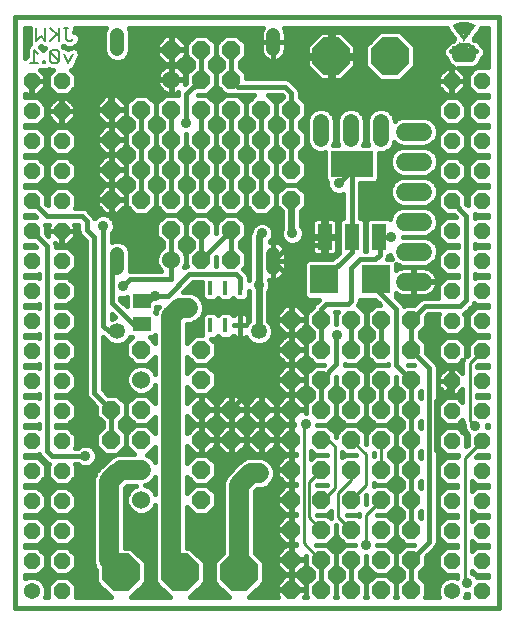
<source format=gbl>
G75*
%MOIN*%
%OFA0B0*%
%FSLAX24Y24*%
%IPPOS*%
%LPD*%
%AMOC8*
5,1,8,0,0,1.08239X$1,22.5*
%
%ADD10C,0.0160*%
%ADD11C,0.0060*%
%ADD12C,0.0540*%
%ADD13OC8,0.0540*%
%ADD14OC8,0.1250*%
%ADD15C,0.0472*%
%ADD16C,0.0540*%
%ADD17C,0.0531*%
%ADD18R,0.0480X0.0880*%
%ADD19R,0.1417X0.0866*%
%ADD20OC8,0.0600*%
%ADD21C,0.0600*%
%ADD22R,0.0160X0.0480*%
%ADD23R,0.0591X0.0512*%
%ADD24R,0.0945X0.0945*%
%ADD25C,0.0600*%
%ADD26R,0.0421X0.0004*%
%ADD27R,0.0465X0.0004*%
%ADD28R,0.0492X0.0004*%
%ADD29R,0.0516X0.0004*%
%ADD30R,0.0531X0.0004*%
%ADD31R,0.0547X0.0004*%
%ADD32R,0.0563X0.0004*%
%ADD33R,0.0575X0.0004*%
%ADD34R,0.0587X0.0004*%
%ADD35R,0.0598X0.0004*%
%ADD36R,0.0610X0.0004*%
%ADD37R,0.0618X0.0004*%
%ADD38R,0.0626X0.0004*%
%ADD39R,0.0638X0.0004*%
%ADD40R,0.0646X0.0004*%
%ADD41R,0.0650X0.0004*%
%ADD42R,0.0657X0.0004*%
%ADD43R,0.0665X0.0004*%
%ADD44R,0.0673X0.0004*%
%ADD45R,0.0677X0.0004*%
%ADD46R,0.0685X0.0004*%
%ADD47R,0.0689X0.0004*%
%ADD48R,0.0693X0.0004*%
%ADD49R,0.0701X0.0004*%
%ADD50R,0.0705X0.0004*%
%ADD51R,0.0709X0.0004*%
%ADD52R,0.0717X0.0004*%
%ADD53R,0.0720X0.0004*%
%ADD54R,0.0724X0.0004*%
%ADD55R,0.0728X0.0004*%
%ADD56R,0.0732X0.0004*%
%ADD57R,0.0736X0.0004*%
%ADD58R,0.0740X0.0004*%
%ADD59R,0.0744X0.0004*%
%ADD60R,0.0748X0.0004*%
%ADD61R,0.0752X0.0004*%
%ADD62R,0.0756X0.0004*%
%ADD63R,0.0760X0.0004*%
%ADD64R,0.0764X0.0004*%
%ADD65R,0.0768X0.0004*%
%ADD66R,0.0772X0.0004*%
%ADD67R,0.0776X0.0004*%
%ADD68R,0.0780X0.0004*%
%ADD69R,0.0783X0.0004*%
%ADD70R,0.0787X0.0004*%
%ADD71R,0.0791X0.0004*%
%ADD72R,0.0795X0.0004*%
%ADD73R,0.0799X0.0004*%
%ADD74R,0.0803X0.0004*%
%ADD75R,0.0807X0.0004*%
%ADD76R,0.0811X0.0004*%
%ADD77R,0.0815X0.0004*%
%ADD78R,0.0819X0.0004*%
%ADD79R,0.0823X0.0004*%
%ADD80R,0.0827X0.0004*%
%ADD81R,0.0831X0.0004*%
%ADD82R,0.0835X0.0004*%
%ADD83R,0.0839X0.0004*%
%ADD84R,0.0909X0.0004*%
%ADD85R,0.0937X0.0004*%
%ADD86R,0.0953X0.0004*%
%ADD87R,0.0961X0.0004*%
%ADD88R,0.0969X0.0004*%
%ADD89R,0.0976X0.0004*%
%ADD90R,0.0980X0.0004*%
%ADD91R,0.0984X0.0004*%
%ADD92R,0.0965X0.0004*%
%ADD93R,0.0957X0.0004*%
%ADD94R,0.0945X0.0004*%
%ADD95R,0.0921X0.0004*%
%ADD96R,0.0232X0.0004*%
%ADD97R,0.0555X0.0004*%
%ADD98R,0.0224X0.0004*%
%ADD99R,0.0543X0.0004*%
%ADD100R,0.0539X0.0004*%
%ADD101R,0.0220X0.0004*%
%ADD102R,0.0535X0.0004*%
%ADD103R,0.0528X0.0004*%
%ADD104R,0.0520X0.0004*%
%ADD105R,0.0512X0.0004*%
%ADD106R,0.0500X0.0004*%
%ADD107R,0.0488X0.0004*%
%ADD108R,0.0484X0.0004*%
%ADD109R,0.0476X0.0004*%
%ADD110R,0.0449X0.0004*%
%ADD111R,0.0370X0.0004*%
%ADD112R,0.0043X0.0004*%
%ADD113R,0.0228X0.0004*%
%ADD114R,0.0358X0.0004*%
%ADD115R,0.0350X0.0004*%
%ADD116R,0.0343X0.0004*%
%ADD117R,0.0331X0.0004*%
%ADD118R,0.0319X0.0004*%
%ADD119R,0.0311X0.0004*%
%ADD120R,0.0307X0.0004*%
%ADD121R,0.0303X0.0004*%
%ADD122R,0.0063X0.0004*%
%ADD123R,0.0130X0.0004*%
%ADD124R,0.0445X0.0004*%
%ADD125R,0.0437X0.0004*%
%ADD126R,0.0433X0.0004*%
%ADD127R,0.0362X0.0004*%
%ADD128R,0.0047X0.0004*%
%ADD129R,0.0354X0.0004*%
%ADD130R,0.0031X0.0004*%
%ADD131R,0.0346X0.0004*%
%ADD132R,0.0339X0.0004*%
%ADD133R,0.0055X0.0004*%
%ADD134R,0.0177X0.0004*%
%ADD135R,0.0035X0.0004*%
%ADD136R,0.0161X0.0004*%
%ADD137R,0.0051X0.0004*%
%ADD138R,0.0142X0.0004*%
%ADD139R,0.0118X0.0004*%
%ADD140R,0.0091X0.0004*%
%ADD141R,0.0024X0.0004*%
%ADD142R,0.0020X0.0004*%
%ADD143R,0.0008X0.0004*%
%ADD144R,0.0004X0.0004*%
%ADD145R,0.0012X0.0004*%
%ADD146R,0.0028X0.0004*%
%ADD147R,0.0059X0.0004*%
%ADD148R,0.0067X0.0004*%
%ADD149R,0.0075X0.0004*%
%ADD150R,0.0083X0.0004*%
%ADD151R,0.0098X0.0004*%
%ADD152R,0.0106X0.0004*%
%ADD153R,0.0114X0.0004*%
%ADD154R,0.0122X0.0004*%
%ADD155R,0.0138X0.0004*%
%ADD156R,0.0146X0.0004*%
%ADD157R,0.0154X0.0004*%
%ADD158R,0.0165X0.0004*%
%ADD159R,0.0169X0.0004*%
%ADD160R,0.0185X0.0004*%
%ADD161R,0.0189X0.0004*%
%ADD162R,0.0193X0.0004*%
%ADD163R,0.0201X0.0004*%
%ADD164R,0.0209X0.0004*%
%ADD165R,0.0213X0.0004*%
%ADD166R,0.0217X0.0004*%
%ADD167R,0.0236X0.0004*%
%ADD168R,0.0240X0.0004*%
%ADD169R,0.0248X0.0004*%
%ADD170R,0.0256X0.0004*%
%ADD171R,0.0264X0.0004*%
%ADD172R,0.0272X0.0004*%
%ADD173R,0.0280X0.0004*%
%ADD174R,0.0287X0.0004*%
%ADD175R,0.0295X0.0004*%
%ADD176R,0.0299X0.0004*%
%ADD177R,0.0126X0.0004*%
%ADD178R,0.0157X0.0004*%
%ADD179R,0.0134X0.0004*%
%ADD180R,0.0173X0.0004*%
%ADD181R,0.0366X0.0004*%
%ADD182R,0.0374X0.0004*%
%ADD183R,0.0382X0.0004*%
%ADD184R,0.0390X0.0004*%
%ADD185R,0.0394X0.0004*%
%ADD186R,0.0398X0.0004*%
%ADD187R,0.0406X0.0004*%
%ADD188R,0.0409X0.0004*%
%ADD189R,0.0417X0.0004*%
%ADD190R,0.0429X0.0004*%
%ADD191R,0.0441X0.0004*%
%ADD192R,0.0453X0.0004*%
%ADD193R,0.0457X0.0004*%
%ADD194R,0.0469X0.0004*%
%ADD195R,0.0480X0.0004*%
%ADD196R,0.0504X0.0004*%
%ADD197R,0.0508X0.0004*%
%ADD198R,0.0551X0.0004*%
%ADD199R,0.0567X0.0004*%
%ADD200R,0.0579X0.0004*%
%ADD201R,0.0413X0.0004*%
%ADD202R,0.0425X0.0004*%
%ADD203R,0.0181X0.0004*%
%ADD204R,0.0634X0.0004*%
%ADD205R,0.0654X0.0004*%
%ADD206R,0.0661X0.0004*%
%ADD207R,0.0669X0.0004*%
%ADD208R,0.0697X0.0004*%
%ADD209R,0.0244X0.0004*%
%ADD210R,0.0252X0.0004*%
%ADD211R,0.0461X0.0004*%
%ADD212R,0.0094X0.0004*%
%ADD213R,0.0622X0.0004*%
%ADD214R,0.0102X0.0004*%
%ADD215R,0.0630X0.0004*%
%ADD216R,0.0614X0.0004*%
%ADD217R,0.0583X0.0004*%
%ADD218R,0.0327X0.0004*%
%ADD219C,0.0356*%
%ADD220C,0.0100*%
%ADD221C,0.0240*%
%ADD222C,0.0660*%
D10*
X002057Y000848D02*
X018199Y000848D01*
X018199Y020533D01*
X002057Y020533D01*
X002057Y000848D01*
X002417Y001824D02*
X002417Y001949D01*
X002433Y001933D01*
X002823Y001933D01*
X003098Y002208D01*
X003098Y002597D01*
X002823Y002873D01*
X002433Y002873D01*
X002417Y002857D01*
X002417Y002949D01*
X002433Y002933D01*
X002823Y002933D01*
X003098Y003208D01*
X003098Y003597D01*
X002823Y003873D01*
X002433Y003873D01*
X002417Y003857D01*
X002417Y003949D01*
X002433Y003933D01*
X002823Y003933D01*
X003098Y004208D01*
X003098Y004597D01*
X002823Y004873D01*
X002433Y004873D01*
X002417Y004857D01*
X002417Y004949D01*
X002433Y004933D01*
X002823Y004933D01*
X003098Y005208D01*
X003098Y005597D01*
X002823Y005873D01*
X002433Y005873D01*
X002417Y005857D01*
X002417Y005949D01*
X002433Y005933D01*
X002823Y005933D01*
X002871Y005981D01*
X002902Y005906D01*
X003060Y005748D01*
X003139Y005669D01*
X003203Y005643D01*
X003158Y005597D01*
X003158Y005208D01*
X003433Y004933D01*
X003823Y004933D01*
X004098Y005208D01*
X004098Y005597D01*
X004069Y005627D01*
X004164Y005627D01*
X004205Y005586D01*
X004344Y005529D01*
X004494Y005529D01*
X004633Y005586D01*
X004740Y005693D01*
X004797Y005831D01*
X004797Y005982D01*
X004740Y006121D01*
X004633Y006227D01*
X004494Y006285D01*
X004344Y006285D01*
X004205Y006227D01*
X004164Y006187D01*
X004076Y006187D01*
X004098Y006208D01*
X004098Y006597D01*
X003823Y006873D01*
X003433Y006873D01*
X003420Y006859D01*
X003420Y006946D01*
X003433Y006933D01*
X003823Y006933D01*
X004098Y007208D01*
X004098Y007597D01*
X003823Y007873D01*
X003433Y007873D01*
X003420Y007859D01*
X003420Y007946D01*
X003433Y007933D01*
X003823Y007933D01*
X004098Y008208D01*
X004098Y008597D01*
X003823Y008873D01*
X003433Y008873D01*
X003420Y008859D01*
X003420Y008946D01*
X003433Y008933D01*
X003823Y008933D01*
X004098Y009208D01*
X004098Y009597D01*
X003823Y009873D01*
X003433Y009873D01*
X003420Y009859D01*
X003420Y009946D01*
X003433Y009933D01*
X003823Y009933D01*
X004098Y010208D01*
X004098Y010597D01*
X003823Y010873D01*
X003433Y010873D01*
X003420Y010859D01*
X003420Y010946D01*
X003433Y010933D01*
X003823Y010933D01*
X004098Y011208D01*
X004098Y011597D01*
X003823Y011873D01*
X003433Y011873D01*
X003420Y011859D01*
X003420Y011946D01*
X003433Y011933D01*
X003823Y011933D01*
X004098Y012208D01*
X004098Y012597D01*
X003823Y012873D01*
X003433Y012873D01*
X003420Y012859D01*
X003420Y012947D01*
X003400Y012994D01*
X003441Y012953D01*
X003618Y012953D01*
X003618Y013393D01*
X003178Y013393D01*
X003178Y013249D01*
X003098Y013329D01*
X003098Y013597D01*
X003076Y013619D01*
X003207Y013619D01*
X003178Y013589D01*
X003178Y013413D01*
X003618Y013413D01*
X003618Y013393D01*
X003638Y013393D01*
X003638Y013413D01*
X004078Y013413D01*
X004078Y013589D01*
X004048Y013619D01*
X004179Y013619D01*
X004179Y013390D01*
X004221Y013287D01*
X004434Y013074D01*
X004434Y007957D01*
X004477Y007854D01*
X004556Y007776D01*
X004777Y007554D01*
X004777Y007243D01*
X004997Y007023D01*
X004997Y006877D01*
X004777Y006657D01*
X004777Y006243D01*
X005070Y005950D01*
X005415Y005950D01*
X005292Y005899D01*
X005174Y005781D01*
X004749Y005357D01*
X004669Y005162D01*
X004669Y002325D01*
X004749Y002130D01*
X004775Y002104D01*
X004775Y001687D01*
X005255Y001208D01*
X004097Y001208D01*
X004098Y001208D01*
X004098Y001597D01*
X003823Y001873D01*
X003433Y001873D01*
X003158Y001597D01*
X003158Y001208D01*
X003158Y001208D01*
X003056Y001208D01*
X003098Y001309D01*
X003098Y001496D01*
X003026Y001669D01*
X002894Y001801D01*
X002721Y001873D01*
X002534Y001873D01*
X002417Y001824D01*
X002847Y001957D02*
X003409Y001957D01*
X003433Y001933D02*
X003823Y001933D01*
X004098Y002208D01*
X004098Y002597D01*
X003823Y002873D01*
X003433Y002873D01*
X003158Y002597D01*
X003158Y002208D01*
X003433Y001933D01*
X003359Y001799D02*
X002897Y001799D01*
X003038Y001640D02*
X003201Y001640D01*
X003158Y001482D02*
X003098Y001482D01*
X003098Y001323D02*
X003158Y001323D01*
X003847Y001957D02*
X004775Y001957D01*
X004775Y001799D02*
X003897Y001799D01*
X004055Y001640D02*
X004822Y001640D01*
X004981Y001482D02*
X004098Y001482D01*
X004098Y001323D02*
X005139Y001323D01*
X005946Y001208D02*
X006425Y001687D01*
X006425Y002370D01*
X005942Y002854D01*
X005729Y002854D01*
X005729Y004837D01*
X005812Y004920D01*
X006106Y004920D01*
X005994Y004874D01*
X005854Y004733D01*
X005777Y004549D01*
X005777Y004351D01*
X005854Y004167D01*
X005994Y004026D01*
X006178Y003950D01*
X006377Y003950D01*
X006561Y004026D01*
X006701Y004167D01*
X006747Y004278D01*
X006747Y002374D01*
X006744Y002370D01*
X006744Y001687D01*
X007223Y001208D01*
X005946Y001208D01*
X006061Y001323D02*
X007108Y001323D01*
X006949Y001482D02*
X006220Y001482D01*
X006378Y001640D02*
X006791Y001640D01*
X006744Y001799D02*
X006425Y001799D01*
X006425Y001957D02*
X006744Y001957D01*
X006744Y002116D02*
X006425Y002116D01*
X006425Y002274D02*
X006744Y002274D01*
X006747Y002433D02*
X006363Y002433D01*
X006205Y002591D02*
X006747Y002591D01*
X006747Y002750D02*
X006046Y002750D01*
X005729Y002908D02*
X006747Y002908D01*
X006747Y003067D02*
X005729Y003067D01*
X005729Y003225D02*
X006747Y003225D01*
X006747Y003384D02*
X005729Y003384D01*
X005729Y003542D02*
X006747Y003542D01*
X006747Y003701D02*
X005729Y003701D01*
X005729Y003859D02*
X006747Y003859D01*
X006747Y004018D02*
X006540Y004018D01*
X006705Y004176D02*
X006747Y004176D01*
X006747Y004622D02*
X006701Y004733D01*
X006561Y004874D01*
X006416Y004934D01*
X006455Y004950D01*
X006485Y004950D01*
X006505Y004971D01*
X006578Y005001D01*
X006727Y005150D01*
X006747Y005200D01*
X006747Y004622D01*
X006747Y004652D02*
X006735Y004652D01*
X006747Y004810D02*
X006624Y004810D01*
X006503Y004969D02*
X006747Y004969D01*
X006747Y005127D02*
X006704Y005127D01*
X006747Y005700D02*
X006727Y005750D01*
X006578Y005899D01*
X006505Y005929D01*
X006485Y005950D01*
X006455Y005950D01*
X006455Y005950D01*
X006485Y005950D01*
X006747Y006213D01*
X006747Y005700D01*
X006747Y005761D02*
X006716Y005761D01*
X006747Y005920D02*
X006529Y005920D01*
X006613Y006078D02*
X006747Y006078D01*
X006747Y006687D02*
X006485Y006950D01*
X006070Y006950D01*
X005777Y006657D01*
X005557Y006877D01*
X005557Y007023D01*
X005777Y007243D01*
X005777Y007657D01*
X005485Y007950D01*
X005173Y007950D01*
X004994Y008129D01*
X004994Y009865D01*
X005040Y009819D01*
X005074Y009805D01*
X005079Y009792D01*
X005210Y009661D01*
X005382Y009591D01*
X005567Y009591D01*
X005738Y009661D01*
X005869Y009792D01*
X005901Y009870D01*
X005911Y009860D01*
X005981Y009860D01*
X005777Y009657D01*
X005777Y009243D01*
X006070Y008950D01*
X006485Y008950D01*
X006747Y009213D01*
X006747Y008622D01*
X006701Y008733D01*
X006561Y008874D01*
X006377Y008950D01*
X006178Y008950D01*
X005994Y008874D01*
X005854Y008733D01*
X005777Y008549D01*
X005777Y008351D01*
X005854Y008167D01*
X005994Y008026D01*
X006178Y007950D01*
X006377Y007950D01*
X006561Y008026D01*
X006701Y008167D01*
X006747Y008278D01*
X006747Y007687D01*
X006485Y007950D01*
X006070Y007950D01*
X005777Y007657D01*
X005777Y007243D01*
X006070Y006950D01*
X006485Y006950D01*
X006747Y007213D01*
X006747Y006687D01*
X006747Y006712D02*
X006722Y006712D01*
X006747Y006871D02*
X006564Y006871D01*
X006564Y007029D02*
X006747Y007029D01*
X006747Y007188D02*
X006722Y007188D01*
X006747Y007822D02*
X006613Y007822D01*
X006747Y007980D02*
X006450Y007980D01*
X006673Y008139D02*
X006747Y008139D01*
X006747Y008773D02*
X006662Y008773D01*
X006747Y008931D02*
X006422Y008931D01*
X006624Y009090D02*
X006747Y009090D01*
X006747Y009687D02*
X006574Y009860D01*
X006667Y009860D01*
X006747Y009940D01*
X006747Y009687D01*
X006747Y009724D02*
X006711Y009724D01*
X006689Y009882D02*
X006747Y009882D01*
X006289Y010316D02*
X005994Y010316D01*
X005305Y011005D01*
X005305Y012246D01*
X005473Y012415D01*
X005910Y012418D02*
X006777Y012418D01*
X006777Y012351D02*
X006854Y012167D01*
X006944Y012076D01*
X005903Y012076D01*
X005910Y012092D01*
X005910Y012738D01*
X005843Y012898D01*
X005721Y013021D01*
X005560Y013087D01*
X005387Y013087D01*
X005290Y013047D01*
X005290Y013329D01*
X005330Y013370D01*
X005388Y013509D01*
X005388Y013659D01*
X005330Y013798D01*
X005224Y013904D01*
X005085Y013962D01*
X004934Y013962D01*
X004796Y013904D01*
X004724Y013833D01*
X004696Y013900D01*
X004617Y013979D01*
X004460Y014136D01*
X004357Y014179D01*
X004069Y014179D01*
X004098Y014208D01*
X004098Y014597D01*
X003823Y014873D01*
X003433Y014873D01*
X003158Y014597D01*
X003158Y014269D01*
X003098Y014329D01*
X003098Y014597D01*
X002823Y014873D01*
X002433Y014873D01*
X002417Y014857D01*
X002417Y014949D01*
X002433Y014933D01*
X002823Y014933D01*
X003098Y015208D01*
X003098Y015597D01*
X002823Y015873D01*
X002433Y015873D01*
X002417Y015857D01*
X002417Y015949D01*
X002433Y015933D01*
X002823Y015933D01*
X003098Y016208D01*
X003098Y016597D01*
X002823Y016873D01*
X002433Y016873D01*
X002417Y016857D01*
X002417Y016949D01*
X002433Y016933D01*
X002823Y016933D01*
X003098Y017208D01*
X003098Y017597D01*
X002823Y017873D01*
X002433Y017873D01*
X002417Y017857D01*
X002417Y017977D01*
X002441Y017953D01*
X002618Y017953D01*
X002618Y018393D01*
X002638Y018393D01*
X002638Y018413D01*
X003078Y018413D01*
X003078Y018589D01*
X002899Y018768D01*
X003172Y018768D01*
X003197Y018793D01*
X003220Y018769D01*
X003222Y018768D01*
X003316Y018768D01*
X003328Y018768D01*
X003158Y018597D01*
X003158Y018208D01*
X003433Y017933D01*
X003823Y017933D01*
X004098Y018208D01*
X004098Y018597D01*
X003920Y018775D01*
X003939Y018785D01*
X004014Y018810D01*
X004022Y018827D01*
X004039Y018835D01*
X004064Y018910D01*
X004246Y019274D01*
X004185Y019455D01*
X004032Y019531D01*
X004154Y019653D01*
X004227Y019726D01*
X004227Y019917D01*
X004093Y020051D01*
X004039Y020051D01*
X004081Y020093D01*
X004081Y020173D01*
X005093Y020173D01*
X005037Y020038D01*
X005037Y019392D01*
X004206Y019392D01*
X004226Y019234D02*
X005103Y019234D01*
X005104Y019231D02*
X005226Y019109D01*
X005387Y019042D01*
X005560Y019042D01*
X005721Y019109D01*
X005843Y019231D01*
X005910Y019392D01*
X006797Y019392D01*
X006797Y019430D02*
X006797Y019251D01*
X007079Y018970D01*
X007257Y018970D01*
X007257Y019430D01*
X006797Y019430D01*
X006797Y019470D02*
X007257Y019470D01*
X007257Y019430D01*
X007297Y019430D01*
X007297Y018970D01*
X007476Y018970D01*
X007757Y019251D01*
X007757Y019430D01*
X007297Y019430D01*
X007297Y019470D01*
X007257Y019470D01*
X007257Y019930D01*
X007079Y019930D01*
X006797Y019649D01*
X006797Y019470D01*
X006797Y019551D02*
X005910Y019551D01*
X005910Y019709D02*
X006858Y019709D01*
X007016Y019868D02*
X005910Y019868D01*
X005910Y020026D02*
X010264Y020026D01*
X010268Y020048D02*
X010257Y019984D01*
X010257Y019715D01*
X010673Y019715D01*
X010673Y019715D01*
X010257Y019715D01*
X010257Y019446D01*
X010268Y019381D01*
X010288Y019319D01*
X010318Y019260D01*
X010356Y019207D01*
X010402Y019161D01*
X010455Y019122D01*
X010514Y019093D01*
X010576Y019072D01*
X010641Y019062D01*
X010673Y019062D01*
X010673Y019715D01*
X010673Y019715D01*
X010674Y019715D02*
X011090Y019715D01*
X011090Y019984D01*
X011079Y020048D01*
X011059Y020111D01*
X011029Y020169D01*
X011027Y020173D01*
X016457Y020173D01*
X016457Y020141D01*
X016465Y020133D01*
X016465Y020129D01*
X016477Y020117D01*
X016477Y020113D01*
X016481Y020109D01*
X016489Y020101D01*
X016489Y020097D01*
X016501Y020086D01*
X016501Y020082D01*
X016512Y020070D01*
X016512Y020066D01*
X016524Y020054D01*
X016524Y020050D01*
X016536Y020038D01*
X016536Y020034D01*
X016548Y020023D01*
X016548Y020019D01*
X016560Y020007D01*
X016560Y020003D01*
X016572Y019991D01*
X016572Y019987D01*
X016583Y019975D01*
X016583Y019971D01*
X016591Y019964D01*
X016591Y019960D01*
X016603Y019948D01*
X016603Y019944D01*
X016615Y019932D01*
X016615Y019928D01*
X016627Y019916D01*
X016627Y019912D01*
X016638Y019901D01*
X016638Y019897D01*
X016650Y019885D01*
X016650Y019881D01*
X016662Y019869D01*
X016662Y019865D01*
X016674Y019853D01*
X016674Y019849D01*
X016686Y019838D01*
X016686Y019834D01*
X016698Y019822D01*
X016698Y019818D01*
X016709Y019806D01*
X016709Y019802D01*
X016717Y019794D01*
X016673Y019750D01*
X016622Y019750D01*
X016618Y019746D01*
X016610Y019746D01*
X016606Y019743D01*
X016602Y019743D01*
X016598Y019739D01*
X016594Y019739D01*
X016477Y019621D01*
X016473Y019617D01*
X016469Y019614D01*
X016465Y019610D01*
X016461Y019606D01*
X016457Y019602D01*
X016453Y019598D01*
X016453Y019594D01*
X016363Y019503D01*
X016359Y019499D01*
X016355Y019495D01*
X016351Y019492D01*
X016347Y019488D01*
X016347Y019480D01*
X016343Y019476D01*
X016343Y019259D01*
X016347Y019255D01*
X016347Y019247D01*
X016434Y019160D01*
X016434Y019157D01*
X016438Y019153D01*
X016438Y019145D01*
X016442Y019141D01*
X016442Y019129D01*
X016446Y019125D01*
X016446Y019117D01*
X016449Y019113D01*
X016449Y019109D01*
X016453Y019105D01*
X016453Y019097D01*
X016457Y019094D01*
X016457Y019090D01*
X016461Y019086D01*
X016461Y019078D01*
X016465Y019074D01*
X016465Y019070D01*
X016469Y019066D01*
X016469Y019062D01*
X016473Y019058D01*
X016473Y019054D01*
X016477Y019050D01*
X016477Y019046D01*
X016485Y019038D01*
X016485Y019034D01*
X016493Y019027D01*
X016493Y019023D01*
X016501Y019015D01*
X016501Y019011D01*
X016618Y018894D01*
X016622Y018890D01*
X016626Y018886D01*
X016630Y018882D01*
X016634Y018878D01*
X016637Y018874D01*
X016641Y018870D01*
X016645Y018866D01*
X016649Y018862D01*
X016653Y018862D01*
X016657Y018858D01*
X016657Y018858D01*
X016661Y018854D01*
X016665Y018854D01*
X016667Y018853D01*
X016638Y018853D01*
X016638Y018413D01*
X016618Y018413D01*
X016618Y018853D01*
X016441Y018853D01*
X016178Y018589D01*
X016178Y018413D01*
X016618Y018413D01*
X016618Y018393D01*
X016178Y018393D01*
X016178Y018216D01*
X016441Y017953D01*
X016618Y017953D01*
X016618Y018393D01*
X016638Y018393D01*
X016638Y018413D01*
X017078Y018413D01*
X017078Y018589D01*
X016844Y018823D01*
X017331Y018823D01*
X017335Y018827D01*
X017354Y018827D01*
X017358Y018831D01*
X017366Y018831D01*
X017370Y018835D01*
X017378Y018835D01*
X017382Y018839D01*
X017386Y018839D01*
X017390Y018843D01*
X017394Y018843D01*
X017398Y018846D01*
X017402Y018846D01*
X017406Y018850D01*
X017409Y018850D01*
X017417Y018858D01*
X017419Y018858D01*
X017158Y018597D01*
X017158Y018208D01*
X017433Y017933D01*
X017823Y017933D01*
X017839Y017949D01*
X017839Y017857D01*
X017823Y017873D01*
X017433Y017873D01*
X017158Y017597D01*
X017158Y017208D01*
X017433Y016933D01*
X017823Y016933D01*
X017839Y016949D01*
X017839Y016857D01*
X017823Y016873D01*
X017433Y016873D01*
X017158Y016597D01*
X017158Y016208D01*
X017433Y015933D01*
X017823Y015933D01*
X017839Y015949D01*
X017839Y015857D01*
X017823Y015873D01*
X017433Y015873D01*
X017158Y015597D01*
X017158Y015208D01*
X017433Y014933D01*
X017823Y014933D01*
X017839Y014949D01*
X017839Y014857D01*
X017823Y014873D01*
X017433Y014873D01*
X017158Y014597D01*
X017158Y014269D01*
X017098Y014329D01*
X017098Y014597D01*
X016823Y014873D01*
X016433Y014873D01*
X016158Y014597D01*
X016158Y014208D01*
X016433Y013933D01*
X016702Y013933D01*
X016762Y013873D01*
X016433Y013873D01*
X016158Y013597D01*
X016158Y013208D01*
X016433Y012933D01*
X016823Y012933D01*
X016836Y012946D01*
X016836Y012859D01*
X016823Y012873D01*
X016433Y012873D01*
X016158Y012597D01*
X016158Y012208D01*
X016433Y011933D01*
X016823Y011933D01*
X016836Y011946D01*
X016836Y011859D01*
X016823Y011873D01*
X016433Y011873D01*
X016158Y011597D01*
X016158Y011208D01*
X016179Y011187D01*
X015678Y011187D01*
X015576Y011144D01*
X015381Y010950D01*
X015070Y010950D01*
X015033Y010913D01*
X015011Y010967D01*
X014759Y011219D01*
X014777Y011237D01*
X014777Y011329D01*
X014812Y011303D01*
X014880Y011269D01*
X014952Y011246D01*
X015026Y011234D01*
X015344Y011234D01*
X015344Y011694D01*
X015384Y011694D01*
X015384Y011734D01*
X015344Y011734D01*
X015344Y012194D01*
X015026Y012194D01*
X014952Y012182D01*
X014880Y012159D01*
X014812Y012124D01*
X014777Y012098D01*
X014777Y012294D01*
X014781Y012290D01*
X014965Y012214D01*
X015763Y012214D01*
X015947Y012290D01*
X016088Y012431D01*
X016164Y012614D01*
X016164Y012813D01*
X016088Y012997D01*
X015947Y013138D01*
X015763Y013214D01*
X015947Y013290D01*
X016088Y013431D01*
X016164Y013614D01*
X016164Y013813D01*
X016088Y013997D01*
X015947Y014138D01*
X015763Y014214D01*
X015947Y014290D01*
X016088Y014431D01*
X016164Y014614D01*
X016164Y014813D01*
X016088Y014997D01*
X015947Y015138D01*
X015763Y015214D01*
X015947Y015290D01*
X016088Y015431D01*
X016164Y015614D01*
X016164Y015813D01*
X016088Y015997D01*
X015947Y016138D01*
X015763Y016214D01*
X015947Y016290D01*
X016088Y016431D01*
X016164Y016614D01*
X016164Y016813D01*
X016088Y016997D01*
X015947Y017138D01*
X015763Y017214D01*
X014965Y017214D01*
X014781Y017138D01*
X014728Y017085D01*
X014728Y017117D01*
X014656Y017289D01*
X014524Y017422D01*
X014351Y017493D01*
X014164Y017493D01*
X013992Y017422D01*
X013859Y017289D01*
X013788Y017117D01*
X013788Y016390D01*
X013832Y016283D01*
X013684Y016283D01*
X013728Y016390D01*
X013728Y017117D01*
X013656Y017289D01*
X013524Y017422D01*
X013351Y017493D01*
X013164Y017493D01*
X012992Y017422D01*
X012859Y017289D01*
X012788Y017117D01*
X012788Y016390D01*
X012832Y016283D01*
X012684Y016283D01*
X012728Y016390D01*
X012728Y017117D01*
X012656Y017289D01*
X012524Y017422D01*
X012351Y017493D01*
X012164Y017493D01*
X011992Y017422D01*
X011859Y017289D01*
X011788Y017117D01*
X011788Y016390D01*
X011859Y016217D01*
X011992Y016085D01*
X012164Y016013D01*
X012351Y016013D01*
X012388Y016029D01*
X012388Y015134D01*
X012476Y015047D01*
X012476Y014916D01*
X012534Y014777D01*
X012640Y014671D01*
X012779Y014613D01*
X012929Y014613D01*
X013017Y014650D01*
X013017Y013850D01*
X012974Y013850D01*
X012857Y013733D01*
X012857Y012687D01*
X012864Y012681D01*
X012648Y012465D01*
X011817Y012465D01*
X011699Y012348D01*
X011699Y011237D01*
X011817Y011120D01*
X012189Y011120D01*
X012040Y010971D01*
X012004Y010884D01*
X011777Y010657D01*
X011777Y010243D01*
X011997Y010023D01*
X011997Y009877D01*
X011777Y009657D01*
X011777Y009243D01*
X012070Y008950D01*
X011777Y008657D01*
X011777Y008243D01*
X011997Y008023D01*
X011997Y007877D01*
X011777Y007657D01*
X011777Y007348D01*
X011757Y007348D01*
X011757Y007430D01*
X011297Y007430D01*
X011297Y006970D01*
X011384Y006970D01*
X011384Y006930D01*
X011297Y006930D01*
X011297Y006470D01*
X011257Y006470D01*
X011257Y006430D01*
X010797Y006430D01*
X010797Y006251D01*
X011079Y005970D01*
X011257Y005970D01*
X011257Y006430D01*
X011297Y006430D01*
X011297Y005970D01*
X011441Y005970D01*
X011441Y005930D01*
X011297Y005930D01*
X011297Y005470D01*
X011257Y005470D01*
X011257Y005430D01*
X010797Y005430D01*
X010797Y005251D01*
X011079Y004970D01*
X011257Y004970D01*
X011257Y005430D01*
X011297Y005430D01*
X011297Y004970D01*
X011441Y004970D01*
X011441Y004930D01*
X011297Y004930D01*
X011297Y004470D01*
X011257Y004470D01*
X011257Y004430D01*
X010797Y004430D01*
X010797Y004251D01*
X011079Y003970D01*
X011257Y003970D01*
X011257Y004430D01*
X011297Y004430D01*
X011297Y003970D01*
X011441Y003970D01*
X011441Y003930D01*
X011297Y003930D01*
X011297Y003470D01*
X011257Y003470D01*
X011257Y003430D01*
X010797Y003430D01*
X010797Y003251D01*
X011079Y002970D01*
X011257Y002970D01*
X011257Y003430D01*
X011297Y003430D01*
X011297Y002970D01*
X011441Y002970D01*
X011441Y002955D01*
X011451Y002930D01*
X011297Y002930D01*
X011297Y002470D01*
X011257Y002470D01*
X011257Y002430D01*
X010797Y002430D01*
X010797Y002251D01*
X011079Y001970D01*
X011257Y001970D01*
X011257Y002430D01*
X011297Y002430D01*
X011297Y001970D01*
X011476Y001970D01*
X011757Y002251D01*
X011757Y002430D01*
X011297Y002430D01*
X011297Y002470D01*
X011757Y002470D01*
X011757Y002585D01*
X011777Y002565D01*
X011777Y002243D01*
X011997Y002023D01*
X011997Y001877D01*
X011777Y001657D01*
X011777Y001243D01*
X011813Y001208D01*
X011714Y001208D01*
X011757Y001251D01*
X011757Y001430D01*
X011297Y001430D01*
X011297Y001470D01*
X011257Y001470D01*
X011257Y001430D01*
X010797Y001430D01*
X010797Y001251D01*
X010841Y001208D01*
X009883Y001208D01*
X010362Y001687D01*
X010362Y002370D01*
X010067Y002665D01*
X010067Y004727D01*
X010143Y004802D01*
X010304Y004802D01*
X010499Y004883D01*
X010648Y005032D01*
X010729Y005226D01*
X010729Y005437D01*
X010648Y005632D01*
X010499Y005781D01*
X010304Y005862D01*
X009818Y005862D01*
X009623Y005781D01*
X009474Y005632D01*
X009088Y005246D01*
X009007Y005051D01*
X009007Y002665D01*
X008712Y002370D01*
X008712Y001687D01*
X009192Y001208D01*
X007914Y001208D01*
X008394Y001687D01*
X008394Y002370D01*
X007910Y002854D01*
X007807Y002854D01*
X007807Y004213D01*
X008070Y003950D01*
X008485Y003950D01*
X008777Y004243D01*
X008777Y004657D01*
X008485Y004950D01*
X008777Y005243D01*
X008777Y005657D01*
X008485Y005950D01*
X008070Y005950D01*
X007807Y005687D01*
X007807Y006241D01*
X008079Y005970D01*
X008257Y005970D01*
X008257Y006430D01*
X008297Y006430D01*
X008297Y005970D01*
X008476Y005970D01*
X008757Y006251D01*
X008757Y006430D01*
X008297Y006430D01*
X008297Y006470D01*
X008257Y006470D01*
X008257Y006930D01*
X008079Y006930D01*
X007807Y006659D01*
X007807Y007241D01*
X008079Y006970D01*
X008257Y006970D01*
X008257Y007430D01*
X008297Y007430D01*
X008297Y006970D01*
X008476Y006970D01*
X008757Y007251D01*
X008757Y007430D01*
X008297Y007430D01*
X008297Y007470D01*
X008257Y007470D01*
X008257Y007930D01*
X008079Y007930D01*
X007807Y007659D01*
X007807Y008213D01*
X008070Y007950D01*
X008485Y007950D01*
X008777Y008243D01*
X008777Y008657D01*
X008485Y008950D01*
X008777Y009243D01*
X008777Y009657D01*
X008618Y009817D01*
X008747Y009817D01*
X008835Y009904D01*
X008922Y009817D01*
X009247Y009817D01*
X009352Y009921D01*
X009360Y009906D01*
X009394Y009873D01*
X009435Y009849D01*
X009481Y009837D01*
X009585Y009837D01*
X009688Y009837D01*
X009734Y009849D01*
X009771Y009871D01*
X009804Y009792D01*
X009935Y009661D01*
X010106Y009591D01*
X010291Y009591D01*
X010463Y009661D01*
X010594Y009792D01*
X010664Y009964D01*
X010664Y010149D01*
X010594Y010320D01*
X010519Y010395D01*
X010519Y011381D01*
X010519Y011381D01*
X010577Y011520D01*
X010577Y011671D01*
X010528Y011788D01*
X010576Y011772D01*
X010641Y011762D01*
X010673Y011762D01*
X010673Y012415D01*
X010673Y013067D01*
X010641Y013067D01*
X010576Y013057D01*
X010565Y013053D01*
X010626Y013114D01*
X010683Y013253D01*
X010683Y013403D01*
X010626Y013542D01*
X010519Y013648D01*
X010380Y013706D01*
X010230Y013706D01*
X010091Y013648D01*
X009984Y013542D01*
X009927Y013403D01*
X009927Y013402D01*
X009879Y013285D01*
X009879Y011810D01*
X009878Y011810D01*
X009865Y011777D01*
X009865Y011840D01*
X009857Y011848D01*
X009857Y011888D01*
X009814Y011990D01*
X009735Y012069D01*
X009670Y012135D01*
X009777Y012243D01*
X009777Y012657D01*
X009557Y012877D01*
X009557Y013023D01*
X009777Y013243D01*
X009777Y013657D01*
X009485Y013950D01*
X009777Y014243D01*
X009777Y014657D01*
X009557Y014877D01*
X009557Y015023D01*
X009777Y015243D01*
X009777Y015657D01*
X009557Y015877D01*
X009557Y016023D01*
X009777Y016243D01*
X009777Y016657D01*
X009557Y016877D01*
X009557Y017023D01*
X009777Y017243D01*
X009777Y017657D01*
X009505Y017930D01*
X010050Y017930D01*
X009777Y017657D01*
X009777Y017243D01*
X009997Y017023D01*
X009997Y016877D01*
X009777Y016657D01*
X009777Y016243D01*
X009997Y016023D01*
X009997Y015877D01*
X009777Y015657D01*
X009777Y015243D01*
X009997Y015023D01*
X009997Y014877D01*
X009777Y014657D01*
X009777Y014243D01*
X010070Y013950D01*
X010485Y013950D01*
X010777Y014243D01*
X010777Y014657D01*
X010557Y014877D01*
X010557Y015023D01*
X010777Y015243D01*
X010777Y015657D01*
X010557Y015877D01*
X010557Y016023D01*
X010777Y016243D01*
X010777Y016657D01*
X010557Y016877D01*
X010557Y017023D01*
X010777Y017243D01*
X010777Y017657D01*
X010505Y017930D01*
X010957Y017930D01*
X010997Y017889D01*
X010997Y017877D01*
X010777Y017657D01*
X010777Y017243D01*
X010997Y017023D01*
X010997Y016877D01*
X010777Y016657D01*
X010777Y016243D01*
X010997Y016023D01*
X010997Y015877D01*
X010777Y015657D01*
X010777Y015243D01*
X011070Y014950D01*
X010777Y014657D01*
X010777Y014243D01*
X010957Y014063D01*
X010957Y013467D01*
X010931Y013403D01*
X010931Y013253D01*
X010988Y013114D01*
X011095Y013007D01*
X011234Y012950D01*
X011384Y012950D01*
X011523Y013007D01*
X011629Y013114D01*
X011687Y013253D01*
X011687Y013403D01*
X011629Y013542D01*
X011597Y013574D01*
X011597Y014063D01*
X011777Y014243D01*
X011777Y014657D01*
X011485Y014950D01*
X011070Y014950D01*
X011485Y014950D01*
X011777Y015243D01*
X011777Y015657D01*
X011557Y015877D01*
X011557Y016023D01*
X011777Y016243D01*
X011777Y016657D01*
X011557Y016877D01*
X011557Y017023D01*
X011777Y017243D01*
X011777Y017657D01*
X011557Y017877D01*
X011557Y018061D01*
X011515Y018164D01*
X011310Y018368D01*
X011231Y018447D01*
X011128Y018490D01*
X009777Y018490D01*
X009777Y018657D01*
X009557Y018877D01*
X009557Y019023D01*
X009777Y019243D01*
X009777Y019657D01*
X009485Y019950D01*
X009070Y019950D01*
X008777Y019657D01*
X008485Y019950D01*
X008070Y019950D01*
X007777Y019657D01*
X007777Y019243D01*
X007997Y019023D01*
X007997Y018877D01*
X007777Y018657D01*
X007777Y018346D01*
X007734Y018303D01*
X007746Y018338D01*
X007757Y018412D01*
X007757Y018430D01*
X007297Y018430D01*
X007297Y017970D01*
X007315Y017970D01*
X007390Y017982D01*
X007462Y018005D01*
X007513Y018031D01*
X007505Y018014D01*
X007505Y017929D01*
X007485Y017950D01*
X007070Y017950D01*
X006777Y017657D01*
X006485Y017950D01*
X006070Y017950D01*
X005777Y017657D01*
X005777Y017243D01*
X005997Y017023D01*
X005997Y016877D01*
X005777Y016657D01*
X005777Y016243D01*
X005997Y016023D01*
X005997Y015877D01*
X005777Y015657D01*
X005777Y015243D01*
X005997Y015023D01*
X005997Y014877D01*
X005777Y014657D01*
X005777Y014243D01*
X006070Y013950D01*
X006485Y013950D01*
X006777Y014243D01*
X006777Y014657D01*
X006557Y014877D01*
X006557Y015023D01*
X006777Y015243D01*
X006777Y015657D01*
X006557Y015877D01*
X006557Y016023D01*
X006777Y016243D01*
X006777Y016657D01*
X006557Y016877D01*
X006557Y017023D01*
X006777Y017243D01*
X006777Y017657D01*
X006777Y017243D01*
X006997Y017023D01*
X006997Y016877D01*
X006777Y016657D01*
X006777Y016243D01*
X006997Y016023D01*
X006997Y015877D01*
X006777Y015657D01*
X006777Y015243D01*
X006997Y015023D01*
X006997Y014877D01*
X006777Y014657D01*
X006777Y014243D01*
X007070Y013950D01*
X007485Y013950D01*
X007777Y014243D01*
X007777Y014657D01*
X007557Y014877D01*
X007557Y015023D01*
X007777Y015243D01*
X007777Y015657D01*
X007557Y015877D01*
X007557Y016023D01*
X007777Y016243D01*
X007777Y016631D01*
X007777Y016631D01*
X007777Y016243D01*
X007997Y016023D01*
X007997Y015877D01*
X007777Y015657D01*
X007777Y015243D01*
X007997Y015023D01*
X007997Y014877D01*
X007777Y014657D01*
X007777Y014243D01*
X008070Y013950D01*
X008485Y013950D01*
X008777Y014243D01*
X008777Y014657D01*
X008557Y014877D01*
X008557Y015023D01*
X008777Y015243D01*
X008777Y015657D01*
X008557Y015877D01*
X008557Y016023D01*
X008777Y016243D01*
X008777Y016657D01*
X008557Y016877D01*
X008557Y017023D01*
X008777Y017243D01*
X008777Y017657D01*
X008485Y017950D01*
X008777Y018243D01*
X008777Y018657D01*
X008557Y018877D01*
X008557Y019023D01*
X008777Y019243D01*
X008777Y019657D01*
X008777Y019243D01*
X008997Y019023D01*
X008997Y018877D01*
X008777Y018657D01*
X008777Y018243D01*
X009070Y017950D01*
X008777Y017657D01*
X008777Y017243D01*
X008997Y017023D01*
X008997Y016877D01*
X008777Y016657D01*
X008777Y016243D01*
X008997Y016023D01*
X008997Y015877D01*
X008777Y015657D01*
X008777Y015243D01*
X008997Y015023D01*
X008997Y014877D01*
X008777Y014657D01*
X008777Y014243D01*
X009070Y013950D01*
X009485Y013950D01*
X009070Y013950D01*
X008777Y013657D01*
X008485Y013950D01*
X008070Y013950D01*
X007777Y013657D01*
X007485Y013950D01*
X007070Y013950D01*
X006777Y013657D01*
X006777Y013243D01*
X006997Y013023D01*
X006997Y012875D01*
X006994Y012874D01*
X006854Y012733D01*
X006777Y012549D01*
X006777Y012351D01*
X006815Y012260D02*
X005910Y012260D01*
X005910Y012101D02*
X006919Y012101D01*
X007277Y011796D02*
X007277Y012450D01*
X007277Y013450D01*
X006965Y013845D02*
X005284Y013845D01*
X005297Y013970D02*
X005476Y013970D01*
X005757Y014251D01*
X005757Y014430D01*
X005297Y014430D01*
X005297Y013970D01*
X005297Y014003D02*
X005257Y014003D01*
X005257Y013970D02*
X005257Y014430D01*
X004797Y014430D01*
X004797Y014251D01*
X005079Y013970D01*
X005257Y013970D01*
X005277Y014104D02*
X006250Y013131D01*
X005845Y012894D02*
X006997Y012894D01*
X006968Y013052D02*
X005644Y013052D01*
X005303Y013052D02*
X005290Y013052D01*
X005290Y013211D02*
X006810Y013211D01*
X006777Y013369D02*
X005330Y013369D01*
X005388Y013528D02*
X006777Y013528D01*
X006806Y013686D02*
X005377Y013686D01*
X005509Y014003D02*
X006017Y014003D01*
X005859Y014162D02*
X005668Y014162D01*
X005757Y014320D02*
X005777Y014320D01*
X005757Y014470D02*
X005757Y014649D01*
X005476Y014930D01*
X005297Y014930D01*
X005297Y014470D01*
X005257Y014470D01*
X005257Y014430D01*
X005297Y014430D01*
X005297Y014470D01*
X005757Y014470D01*
X005757Y014479D02*
X005777Y014479D01*
X005777Y014637D02*
X005757Y014637D01*
X005611Y014796D02*
X005916Y014796D01*
X005997Y014954D02*
X003844Y014954D01*
X003823Y014933D02*
X004098Y015208D01*
X004098Y015597D01*
X003823Y015873D01*
X003433Y015873D01*
X003158Y015597D01*
X003158Y015208D01*
X003433Y014933D01*
X003823Y014933D01*
X003900Y014796D02*
X004944Y014796D01*
X005079Y014930D02*
X004797Y014649D01*
X004797Y014470D01*
X005257Y014470D01*
X005257Y014930D01*
X005079Y014930D01*
X005079Y014970D02*
X005257Y014970D01*
X005257Y015430D01*
X004797Y015430D01*
X004797Y015251D01*
X005079Y014970D01*
X004936Y015113D02*
X004002Y015113D01*
X004098Y015271D02*
X004797Y015271D01*
X004797Y015430D02*
X004098Y015430D01*
X004098Y015588D02*
X004797Y015588D01*
X004797Y015649D02*
X004797Y015470D01*
X005257Y015470D01*
X005257Y015430D01*
X005297Y015430D01*
X005297Y014970D01*
X005476Y014970D01*
X005757Y015251D01*
X005757Y015430D01*
X005297Y015430D01*
X005297Y015470D01*
X005257Y015470D01*
X005257Y015930D01*
X005079Y015930D01*
X004797Y015649D01*
X004895Y015747D02*
X003949Y015747D01*
X003823Y015933D02*
X004098Y016208D01*
X004098Y016597D01*
X003823Y016873D01*
X003433Y016873D01*
X003158Y016597D01*
X003158Y016208D01*
X003433Y015933D01*
X003823Y015933D01*
X003953Y016064D02*
X004985Y016064D01*
X005079Y015970D02*
X004797Y016251D01*
X004797Y016430D01*
X005257Y016430D01*
X005257Y016470D01*
X004797Y016470D01*
X004797Y016649D01*
X005079Y016930D01*
X005257Y016930D01*
X005257Y016470D01*
X005297Y016470D01*
X005297Y016930D01*
X005476Y016930D01*
X005757Y016649D01*
X005757Y016470D01*
X005297Y016470D01*
X005297Y016430D01*
X005297Y015970D01*
X005476Y015970D01*
X005757Y016251D01*
X005757Y016430D01*
X005297Y016430D01*
X005257Y016430D01*
X005257Y015970D01*
X005079Y015970D01*
X005054Y015905D02*
X002417Y015905D01*
X002949Y015747D02*
X003307Y015747D01*
X003158Y015588D02*
X003098Y015588D01*
X003098Y015430D02*
X003158Y015430D01*
X003158Y015271D02*
X003098Y015271D01*
X003002Y015113D02*
X003253Y015113D01*
X003412Y014954D02*
X002844Y014954D01*
X002900Y014796D02*
X003356Y014796D01*
X003198Y014637D02*
X003058Y014637D01*
X003098Y014479D02*
X003158Y014479D01*
X003158Y014320D02*
X003106Y014320D01*
X003132Y013899D02*
X004301Y013899D01*
X004459Y013741D01*
X004459Y013446D01*
X004714Y013190D01*
X004714Y008013D01*
X005277Y007450D01*
X005277Y006450D01*
X004942Y006078D02*
X004757Y006078D01*
X004784Y006237D02*
X004611Y006237D01*
X004777Y006395D02*
X004098Y006395D01*
X004098Y006237D02*
X004228Y006237D01*
X004419Y005907D02*
X003297Y005907D01*
X003140Y006064D01*
X003140Y012891D01*
X002628Y013403D01*
X002762Y013873D02*
X002433Y013873D01*
X002417Y013857D01*
X002417Y013949D01*
X002433Y013933D01*
X002702Y013933D01*
X002762Y013873D01*
X003132Y013899D02*
X002628Y014403D01*
X003098Y013528D02*
X003178Y013528D01*
X003178Y013369D02*
X003098Y013369D01*
X003618Y013369D02*
X003638Y013369D01*
X003638Y013393D02*
X003638Y012953D01*
X003814Y012953D01*
X004078Y013216D01*
X004078Y013393D01*
X003638Y013393D01*
X003638Y013211D02*
X003618Y013211D01*
X003618Y013052D02*
X003638Y013052D01*
X003420Y012894D02*
X004434Y012894D01*
X004434Y013052D02*
X003914Y013052D01*
X004072Y013211D02*
X004298Y013211D01*
X004187Y013369D02*
X004078Y013369D01*
X004078Y013528D02*
X004179Y013528D01*
X004593Y014003D02*
X005045Y014003D01*
X004887Y014162D02*
X004398Y014162D01*
X004098Y014320D02*
X004797Y014320D01*
X004797Y014479D02*
X004098Y014479D01*
X004058Y014637D02*
X004797Y014637D01*
X005257Y014637D02*
X005297Y014637D01*
X005297Y014479D02*
X005257Y014479D01*
X005277Y014450D02*
X005277Y014104D01*
X005257Y014162D02*
X005297Y014162D01*
X005297Y014320D02*
X005257Y014320D01*
X005277Y014450D02*
X005277Y015450D01*
X005277Y016450D01*
X005277Y017450D01*
X005246Y017481D01*
X005246Y018643D01*
X005307Y019075D02*
X004146Y019075D01*
X004067Y018917D02*
X007160Y018917D01*
X007165Y018918D02*
X007093Y018895D01*
X007026Y018861D01*
X006965Y018816D01*
X006911Y018763D01*
X006867Y018702D01*
X006833Y018634D01*
X006809Y018562D01*
X006797Y018488D01*
X006797Y018470D01*
X007257Y018470D01*
X007257Y018430D01*
X006797Y018430D01*
X006797Y018412D01*
X006809Y018338D01*
X006833Y018266D01*
X006867Y018198D01*
X006911Y018137D01*
X006965Y018084D01*
X007026Y018039D01*
X007093Y018005D01*
X007165Y017982D01*
X007240Y017970D01*
X007257Y017970D01*
X007257Y018430D01*
X007297Y018430D01*
X007297Y018470D01*
X007257Y018470D01*
X007257Y018930D01*
X007240Y018930D01*
X007165Y018918D01*
X007257Y018917D02*
X007297Y018917D01*
X007297Y018930D02*
X007297Y018470D01*
X007757Y018470D01*
X007757Y018488D01*
X007746Y018562D01*
X007722Y018634D01*
X007688Y018702D01*
X007644Y018763D01*
X007590Y018816D01*
X007529Y018861D01*
X007462Y018895D01*
X007390Y018918D01*
X007315Y018930D01*
X007297Y018930D01*
X007394Y018917D02*
X007997Y018917D01*
X007945Y019075D02*
X007581Y019075D01*
X007740Y019234D02*
X007787Y019234D01*
X007777Y019392D02*
X007757Y019392D01*
X007757Y019470D02*
X007757Y019649D01*
X007476Y019930D01*
X007297Y019930D01*
X007297Y019470D01*
X007757Y019470D01*
X007757Y019551D02*
X007777Y019551D01*
X007829Y019709D02*
X007697Y019709D01*
X007539Y019868D02*
X007988Y019868D01*
X008277Y019450D02*
X008277Y018450D01*
X007785Y017958D01*
X007785Y017009D01*
X007777Y016539D02*
X007777Y016539D01*
X007777Y016381D02*
X007777Y016381D01*
X007757Y016222D02*
X007798Y016222D01*
X007957Y016064D02*
X007598Y016064D01*
X007557Y015905D02*
X007997Y015905D01*
X007867Y015747D02*
X007688Y015747D01*
X007777Y015588D02*
X007777Y015588D01*
X007777Y015430D02*
X007777Y015430D01*
X007777Y015271D02*
X007777Y015271D01*
X007647Y015113D02*
X007908Y015113D01*
X007997Y014954D02*
X007557Y014954D01*
X007639Y014796D02*
X007916Y014796D01*
X007777Y014637D02*
X007777Y014637D01*
X007777Y014479D02*
X007777Y014479D01*
X007777Y014320D02*
X007777Y014320D01*
X007696Y014162D02*
X007859Y014162D01*
X008017Y014003D02*
X007538Y014003D01*
X007590Y013845D02*
X007965Y013845D01*
X007806Y013686D02*
X007748Y013686D01*
X007777Y013657D02*
X007777Y013243D01*
X007557Y013023D01*
X007557Y012875D01*
X007561Y012874D01*
X007701Y012733D01*
X007777Y012549D01*
X007777Y012351D01*
X007713Y012195D01*
X007725Y012207D01*
X007787Y012233D01*
X007777Y012243D01*
X007777Y012657D01*
X007997Y012877D01*
X007997Y013023D01*
X007777Y013243D01*
X007777Y013657D01*
X007777Y013528D02*
X007777Y013528D01*
X007777Y013369D02*
X007777Y013369D01*
X007745Y013211D02*
X007810Y013211D01*
X007968Y013052D02*
X007587Y013052D01*
X007557Y012894D02*
X007997Y012894D01*
X007855Y012735D02*
X007699Y012735D01*
X007766Y012577D02*
X007777Y012577D01*
X007777Y012418D02*
X007777Y012418D01*
X007777Y012260D02*
X007740Y012260D01*
X007884Y011970D02*
X009439Y011970D01*
X009577Y011832D01*
X009577Y011525D01*
X009585Y011517D01*
X009865Y011414D02*
X009865Y011194D01*
X009747Y011077D01*
X009422Y011077D01*
X009335Y011164D01*
X009247Y011077D01*
X008922Y011077D01*
X008835Y011164D01*
X008747Y011077D01*
X008422Y011077D01*
X008305Y011194D01*
X008305Y011690D01*
X008000Y011690D01*
X007684Y011374D01*
X007942Y011374D01*
X008137Y011293D01*
X008286Y011144D01*
X008366Y010949D01*
X008366Y010738D01*
X008286Y010543D01*
X008137Y010394D01*
X007942Y010314D01*
X007807Y010314D01*
X007807Y009687D01*
X008070Y009950D01*
X008305Y009950D01*
X008305Y010580D01*
X008422Y010697D01*
X008747Y010697D01*
X008835Y010610D01*
X008922Y010697D01*
X009247Y010697D01*
X009352Y010593D01*
X009360Y010608D01*
X009394Y010641D01*
X009435Y010665D01*
X009481Y010677D01*
X009585Y010677D01*
X009585Y010257D01*
X009778Y010257D01*
X009778Y010257D01*
X009585Y010257D01*
X009585Y010257D01*
X009585Y010257D01*
X009585Y009837D01*
X009585Y010257D01*
X009585Y010257D01*
X009585Y007757D01*
X009277Y007450D01*
X009277Y006450D01*
X009257Y006470D02*
X009257Y006430D01*
X008797Y006430D01*
X008797Y006251D01*
X009079Y005970D01*
X009257Y005970D01*
X009257Y006430D01*
X009297Y006430D01*
X009297Y005970D01*
X009476Y005970D01*
X009757Y006251D01*
X009757Y006430D01*
X009297Y006430D01*
X009297Y006470D01*
X009257Y006470D01*
X008797Y006470D01*
X008797Y006649D01*
X009079Y006930D01*
X009257Y006930D01*
X009257Y006470D01*
X009297Y006470D02*
X009297Y006930D01*
X009476Y006930D01*
X009757Y006649D01*
X009757Y006470D01*
X009297Y006470D01*
X009297Y006395D02*
X009257Y006395D01*
X009257Y006237D02*
X009297Y006237D01*
X009297Y006078D02*
X009257Y006078D01*
X009584Y006078D02*
X009970Y006078D01*
X010079Y005970D02*
X010257Y005970D01*
X010257Y006430D01*
X009797Y006430D01*
X009797Y006251D01*
X010079Y005970D01*
X010257Y006078D02*
X010297Y006078D01*
X010297Y005970D02*
X010476Y005970D01*
X010757Y006251D01*
X010757Y006430D01*
X010297Y006430D01*
X010297Y005970D01*
X010297Y006237D02*
X010257Y006237D01*
X010257Y006395D02*
X010297Y006395D01*
X010297Y006430D02*
X010257Y006430D01*
X010257Y006470D01*
X009797Y006470D01*
X009797Y006649D01*
X010079Y006930D01*
X010257Y006930D01*
X010257Y006470D01*
X010297Y006470D01*
X010297Y006930D01*
X010476Y006930D01*
X010757Y006649D01*
X010757Y006470D01*
X010297Y006470D01*
X010297Y006430D01*
X010277Y006450D02*
X010277Y007450D01*
X010257Y007470D02*
X010257Y007430D01*
X009797Y007430D01*
X009797Y007251D01*
X010079Y006970D01*
X010257Y006970D01*
X010257Y007430D01*
X010297Y007430D01*
X010297Y006970D01*
X010476Y006970D01*
X010757Y007251D01*
X010757Y007430D01*
X010297Y007430D01*
X010297Y007470D01*
X010257Y007470D01*
X009797Y007470D01*
X009797Y007649D01*
X010079Y007930D01*
X010257Y007930D01*
X010257Y007470D01*
X010257Y007505D02*
X010297Y007505D01*
X010297Y007470D02*
X010297Y007930D01*
X010476Y007930D01*
X010757Y007649D01*
X010757Y007470D01*
X010297Y007470D01*
X010297Y007346D02*
X010257Y007346D01*
X010257Y007188D02*
X010297Y007188D01*
X010297Y007029D02*
X010257Y007029D01*
X010257Y006871D02*
X010297Y006871D01*
X010297Y006712D02*
X010257Y006712D01*
X010257Y006554D02*
X010297Y006554D01*
X010536Y006871D02*
X011019Y006871D01*
X011079Y006930D02*
X010797Y006649D01*
X010797Y006470D01*
X011257Y006470D01*
X011257Y006930D01*
X011079Y006930D01*
X011079Y006970D02*
X011257Y006970D01*
X011257Y007430D01*
X010797Y007430D01*
X010797Y007251D01*
X011079Y006970D01*
X011019Y007029D02*
X010535Y007029D01*
X010694Y007188D02*
X010861Y007188D01*
X010797Y007346D02*
X010757Y007346D01*
X010797Y007470D02*
X010797Y007649D01*
X011079Y007930D01*
X011257Y007930D01*
X011257Y007470D01*
X011257Y007430D01*
X011297Y007430D01*
X011297Y007470D01*
X011257Y007470D01*
X010797Y007470D01*
X010797Y007505D02*
X010757Y007505D01*
X010743Y007663D02*
X010812Y007663D01*
X010970Y007822D02*
X010585Y007822D01*
X010297Y007822D02*
X010257Y007822D01*
X010257Y007663D02*
X010297Y007663D01*
X009970Y007822D02*
X009585Y007822D01*
X009476Y007930D02*
X009297Y007930D01*
X009297Y007470D01*
X009257Y007470D01*
X009257Y007430D01*
X008797Y007430D01*
X008797Y007251D01*
X009079Y006970D01*
X009257Y006970D01*
X009257Y007430D01*
X009297Y007430D01*
X009297Y006970D01*
X009476Y006970D01*
X009757Y007251D01*
X009757Y007430D01*
X009297Y007430D01*
X009297Y007470D01*
X009757Y007470D01*
X009757Y007649D01*
X009476Y007930D01*
X009297Y007822D02*
X009257Y007822D01*
X009257Y007930D02*
X009079Y007930D01*
X008797Y007649D01*
X008797Y007470D01*
X009257Y007470D01*
X009257Y007930D01*
X009257Y007663D02*
X009297Y007663D01*
X009297Y007505D02*
X009257Y007505D01*
X009257Y007346D02*
X009297Y007346D01*
X009297Y007188D02*
X009257Y007188D01*
X009257Y007029D02*
X009297Y007029D01*
X009297Y006871D02*
X009257Y006871D01*
X009257Y006712D02*
X009297Y006712D01*
X009297Y006554D02*
X009257Y006554D01*
X009536Y006871D02*
X010019Y006871D01*
X010019Y007029D02*
X009535Y007029D01*
X009694Y007188D02*
X009861Y007188D01*
X009797Y007346D02*
X009757Y007346D01*
X009757Y007505D02*
X009797Y007505D01*
X009812Y007663D02*
X009743Y007663D01*
X008970Y007822D02*
X008585Y007822D01*
X008476Y007930D02*
X008757Y007649D01*
X008757Y007470D01*
X008297Y007470D01*
X008297Y007930D01*
X008476Y007930D01*
X008515Y007980D02*
X011068Y007980D01*
X011079Y007970D02*
X011257Y007970D01*
X011257Y008430D01*
X010797Y008430D01*
X010797Y008251D01*
X011079Y007970D01*
X011257Y007980D02*
X011297Y007980D01*
X011297Y007970D02*
X011476Y007970D01*
X011757Y008251D01*
X011757Y008430D01*
X011297Y008430D01*
X011297Y007970D01*
X011297Y007930D02*
X011297Y007470D01*
X011757Y007470D01*
X011757Y007649D01*
X011476Y007930D01*
X011297Y007930D01*
X011297Y007822D02*
X011257Y007822D01*
X011257Y007663D02*
X011297Y007663D01*
X011297Y007505D02*
X011257Y007505D01*
X011277Y007450D02*
X011277Y008450D01*
X011277Y009450D01*
X011277Y010450D01*
X011277Y011811D01*
X010673Y012415D01*
X010673Y012415D01*
X010673Y013067D01*
X010706Y013067D01*
X010771Y013057D01*
X010833Y013037D01*
X010892Y013007D01*
X010945Y012968D01*
X010991Y012922D01*
X011029Y012869D01*
X011059Y012811D01*
X011079Y012748D01*
X011090Y012684D01*
X011090Y012415D01*
X010674Y012415D01*
X010674Y012415D01*
X011090Y012415D01*
X011090Y012146D01*
X011079Y012081D01*
X011059Y012019D01*
X011029Y011960D01*
X010991Y011907D01*
X010945Y011861D01*
X010892Y011822D01*
X010833Y011793D01*
X010771Y011772D01*
X010706Y011762D01*
X010673Y011762D01*
X010673Y012415D01*
X011213Y012954D01*
X012175Y012954D01*
X012387Y013166D01*
X012387Y013210D01*
X012347Y013211D02*
X011670Y013211D01*
X011687Y013369D02*
X011967Y013369D01*
X011967Y013250D02*
X012347Y013250D01*
X012347Y013170D01*
X011967Y013170D01*
X011967Y012747D01*
X011980Y012701D01*
X012003Y012660D01*
X012037Y012626D01*
X012078Y012603D01*
X012124Y012590D01*
X012347Y012590D01*
X012347Y013170D01*
X012427Y013170D01*
X012427Y012590D01*
X012651Y012590D01*
X012697Y012603D01*
X012738Y012626D01*
X012771Y012660D01*
X012795Y012701D01*
X012807Y012747D01*
X012807Y013170D01*
X012427Y013170D01*
X012427Y013250D01*
X012347Y013250D01*
X012347Y013830D01*
X012124Y013830D01*
X012078Y013818D01*
X012037Y013794D01*
X012003Y013761D01*
X011980Y013720D01*
X011967Y013674D01*
X011967Y013250D01*
X011967Y013052D02*
X011568Y013052D01*
X011309Y013328D02*
X011277Y013359D01*
X011050Y013052D02*
X010785Y013052D01*
X010673Y013052D02*
X010673Y013052D01*
X010673Y012894D02*
X010673Y012894D01*
X010673Y012735D02*
X010673Y012735D01*
X010673Y012577D02*
X010673Y012577D01*
X010673Y012418D02*
X010673Y012418D01*
X010673Y012415D02*
X010673Y012415D01*
X010673Y012260D02*
X010673Y012260D01*
X010673Y012101D02*
X010673Y012101D01*
X010673Y011943D02*
X010673Y011943D01*
X010673Y011784D02*
X010673Y011784D01*
X010540Y011784D02*
X010530Y011784D01*
X010577Y011626D02*
X011699Y011626D01*
X011699Y011784D02*
X010807Y011784D01*
X011017Y011943D02*
X011699Y011943D01*
X011699Y012101D02*
X011083Y012101D01*
X011090Y012260D02*
X011699Y012260D01*
X011770Y012418D02*
X011090Y012418D01*
X011090Y012577D02*
X012760Y012577D01*
X012804Y012735D02*
X012857Y012735D01*
X012857Y012894D02*
X012807Y012894D01*
X012807Y013052D02*
X012857Y013052D01*
X012857Y013211D02*
X012427Y013211D01*
X012427Y013250D02*
X012807Y013250D01*
X012807Y013674D01*
X012795Y013720D01*
X012771Y013761D01*
X012738Y013794D01*
X012697Y013818D01*
X012651Y013830D01*
X012427Y013830D01*
X012427Y013250D01*
X012427Y013369D02*
X012347Y013369D01*
X012347Y013528D02*
X012427Y013528D01*
X012427Y013686D02*
X012347Y013686D01*
X011971Y013686D02*
X011597Y013686D01*
X011597Y013845D02*
X012969Y013845D01*
X013017Y014003D02*
X011597Y014003D01*
X011696Y014162D02*
X013017Y014162D01*
X013017Y014320D02*
X011777Y014320D01*
X011777Y014479D02*
X013017Y014479D01*
X013017Y014637D02*
X012987Y014637D01*
X012721Y014637D02*
X011777Y014637D01*
X011639Y014796D02*
X012526Y014796D01*
X012476Y014954D02*
X011489Y014954D01*
X011647Y015113D02*
X012410Y015113D01*
X012388Y015271D02*
X011777Y015271D01*
X011777Y015430D02*
X012388Y015430D01*
X012388Y015588D02*
X011777Y015588D01*
X011688Y015747D02*
X012388Y015747D01*
X012388Y015905D02*
X011557Y015905D01*
X011598Y016064D02*
X012042Y016064D01*
X011857Y016222D02*
X011757Y016222D01*
X011777Y016381D02*
X011791Y016381D01*
X011777Y016539D02*
X011788Y016539D01*
X011788Y016698D02*
X011737Y016698D01*
X011788Y016856D02*
X011578Y016856D01*
X011557Y017015D02*
X011788Y017015D01*
X011811Y017173D02*
X011708Y017173D01*
X011777Y017332D02*
X011902Y017332D01*
X011777Y017490D02*
X012157Y017490D01*
X012358Y017490D02*
X013157Y017490D01*
X013358Y017490D02*
X014157Y017490D01*
X014358Y017490D02*
X016158Y017490D01*
X016158Y017597D02*
X016158Y017208D01*
X016433Y016933D01*
X016823Y016933D01*
X017098Y017208D01*
X017098Y017597D01*
X016823Y017873D01*
X016433Y017873D01*
X016158Y017597D01*
X016209Y017649D02*
X011777Y017649D01*
X011627Y017807D02*
X016368Y017807D01*
X016429Y017966D02*
X011557Y017966D01*
X011531Y018124D02*
X016270Y018124D01*
X016178Y018283D02*
X011396Y018283D01*
X011237Y018441D02*
X012262Y018441D01*
X012275Y018428D02*
X012558Y018428D01*
X012558Y019183D01*
X012658Y019183D01*
X012658Y018428D01*
X012942Y018428D01*
X013413Y018900D01*
X013413Y019183D01*
X012658Y019183D01*
X012658Y019283D01*
X013413Y019283D01*
X013413Y019567D01*
X012942Y020038D01*
X012658Y020038D01*
X012658Y019283D01*
X012558Y019283D01*
X012558Y019183D01*
X011803Y019183D01*
X011803Y018900D01*
X012275Y018428D01*
X012103Y018600D02*
X009777Y018600D01*
X009676Y018758D02*
X011945Y018758D01*
X011803Y018917D02*
X009557Y018917D01*
X009610Y019075D02*
X010567Y019075D01*
X010673Y019075D02*
X010673Y019075D01*
X010673Y019062D02*
X010706Y019062D01*
X010771Y019072D01*
X010833Y019093D01*
X010892Y019122D01*
X010945Y019161D01*
X010991Y019207D01*
X011029Y019260D01*
X011059Y019319D01*
X011079Y019381D01*
X011090Y019446D01*
X011090Y019715D01*
X010674Y019715D01*
X010674Y019715D01*
X010673Y019715D02*
X010673Y019062D01*
X010780Y019075D02*
X011803Y019075D01*
X011803Y019283D02*
X012558Y019283D01*
X012558Y020038D01*
X012275Y020038D01*
X011803Y019567D01*
X011803Y019283D01*
X011803Y019392D02*
X011081Y019392D01*
X011090Y019551D02*
X011803Y019551D01*
X011945Y019709D02*
X011090Y019709D01*
X011090Y019868D02*
X012104Y019868D01*
X012262Y020026D02*
X011083Y020026D01*
X010673Y019709D02*
X010673Y019709D01*
X010673Y019551D02*
X010673Y019551D01*
X010673Y019392D02*
X010673Y019392D01*
X010673Y019234D02*
X010673Y019234D01*
X010337Y019234D02*
X009768Y019234D01*
X009777Y019392D02*
X010266Y019392D01*
X010257Y019551D02*
X009777Y019551D01*
X009725Y019709D02*
X010257Y019709D01*
X010257Y019868D02*
X009567Y019868D01*
X009277Y019450D02*
X009277Y018450D01*
X009518Y018210D01*
X011073Y018210D01*
X011277Y018005D01*
X011277Y017450D01*
X011277Y016450D01*
X011277Y015450D01*
X010908Y015113D02*
X010647Y015113D01*
X010557Y014954D02*
X011066Y014954D01*
X010916Y014796D02*
X010639Y014796D01*
X010777Y014637D02*
X010777Y014637D01*
X010777Y014479D02*
X010777Y014479D01*
X010777Y014320D02*
X010777Y014320D01*
X010696Y014162D02*
X010859Y014162D01*
X010957Y014003D02*
X010538Y014003D01*
X010428Y013686D02*
X010957Y013686D01*
X010957Y013528D02*
X010632Y013528D01*
X010683Y013369D02*
X010931Y013369D01*
X010948Y013211D02*
X010666Y013211D01*
X011012Y012894D02*
X011967Y012894D01*
X011970Y012735D02*
X011082Y012735D01*
X011635Y013528D02*
X011967Y013528D01*
X012347Y013052D02*
X012427Y013052D01*
X012427Y012894D02*
X012347Y012894D01*
X012347Y012735D02*
X012427Y012735D01*
X012807Y013369D02*
X012857Y013369D01*
X012857Y013528D02*
X012807Y013528D01*
X012804Y013686D02*
X012857Y013686D01*
X013297Y013210D02*
X013297Y012718D01*
X012372Y011793D01*
X011787Y011150D02*
X010519Y011150D01*
X010519Y010992D02*
X012061Y010992D01*
X011953Y010833D02*
X011573Y010833D01*
X011476Y010930D02*
X011297Y010930D01*
X011297Y010470D01*
X011257Y010470D01*
X011257Y010430D01*
X010797Y010430D01*
X010797Y010251D01*
X011079Y009970D01*
X011257Y009970D01*
X011257Y010430D01*
X011297Y010430D01*
X011297Y009970D01*
X011476Y009970D01*
X011757Y010251D01*
X011757Y010430D01*
X011297Y010430D01*
X011297Y010470D01*
X011757Y010470D01*
X011757Y010649D01*
X011476Y010930D01*
X011297Y010833D02*
X011257Y010833D01*
X011257Y010930D02*
X011079Y010930D01*
X010797Y010649D01*
X010797Y010470D01*
X011257Y010470D01*
X011257Y010930D01*
X011257Y010675D02*
X011297Y010675D01*
X011297Y010516D02*
X011257Y010516D01*
X011257Y010358D02*
X011297Y010358D01*
X011297Y010199D02*
X011257Y010199D01*
X011257Y010041D02*
X011297Y010041D01*
X011297Y009930D02*
X011476Y009930D01*
X011757Y009649D01*
X011757Y009470D01*
X011297Y009470D01*
X011257Y009470D01*
X011257Y009430D01*
X010797Y009430D01*
X010797Y009251D01*
X011079Y008970D01*
X011257Y008970D01*
X011257Y009430D01*
X011297Y009430D01*
X011297Y008970D01*
X011476Y008970D01*
X011757Y009251D01*
X011757Y009430D01*
X011297Y009430D01*
X011297Y009470D01*
X011297Y009930D01*
X011257Y009930D02*
X011079Y009930D01*
X010797Y009649D01*
X010797Y009470D01*
X011257Y009470D01*
X011257Y009930D01*
X011257Y009882D02*
X011297Y009882D01*
X011297Y009724D02*
X011257Y009724D01*
X011257Y009565D02*
X011297Y009565D01*
X011297Y009407D02*
X011257Y009407D01*
X011257Y009248D02*
X011297Y009248D01*
X011297Y009090D02*
X011257Y009090D01*
X011257Y008930D02*
X011079Y008930D01*
X010797Y008649D01*
X010797Y008470D01*
X011257Y008470D01*
X011257Y008430D01*
X011297Y008430D01*
X011297Y008470D01*
X011257Y008470D01*
X011257Y008930D01*
X011297Y008930D02*
X011476Y008930D01*
X011757Y008649D01*
X011757Y008470D01*
X011297Y008470D01*
X011297Y008930D01*
X011297Y008773D02*
X011257Y008773D01*
X011257Y008614D02*
X011297Y008614D01*
X011297Y008456D02*
X011777Y008456D01*
X011777Y008614D02*
X011757Y008614D01*
X011634Y008773D02*
X011893Y008773D01*
X012051Y008931D02*
X008503Y008931D01*
X008485Y008950D02*
X008070Y008950D01*
X008485Y008950D01*
X008624Y009090D02*
X010959Y009090D01*
X010800Y009248D02*
X008777Y009248D01*
X008777Y009407D02*
X010797Y009407D01*
X010797Y009565D02*
X008777Y009565D01*
X008711Y009724D02*
X009873Y009724D01*
X009585Y009882D02*
X009585Y009882D01*
X009585Y010041D02*
X009585Y010041D01*
X009585Y010199D02*
X009585Y010199D01*
X009585Y010257D02*
X009365Y010257D01*
X009585Y010257D01*
X009585Y010677D01*
X009688Y010677D01*
X009734Y010665D01*
X009775Y010641D01*
X009809Y010608D01*
X009832Y010566D01*
X009845Y010521D01*
X009845Y010361D01*
X009879Y010395D01*
X009879Y011381D01*
X009878Y011381D01*
X009865Y011414D01*
X009865Y011309D02*
X009879Y011309D01*
X009879Y011150D02*
X009821Y011150D01*
X009879Y010992D02*
X008349Y010992D01*
X008349Y011150D02*
X008280Y011150D01*
X008305Y011309D02*
X008099Y011309D01*
X008305Y011467D02*
X007777Y011467D01*
X007936Y011626D02*
X008305Y011626D01*
X008821Y011150D02*
X008849Y011150D01*
X008899Y010675D02*
X008770Y010675D01*
X008399Y010675D02*
X008340Y010675D01*
X008366Y010833D02*
X009879Y010833D01*
X009879Y010675D02*
X009697Y010675D01*
X009585Y010675D02*
X009585Y010675D01*
X009472Y010675D02*
X009270Y010675D01*
X009585Y010516D02*
X009585Y010516D01*
X009585Y010358D02*
X009585Y010358D01*
X009585Y010257D02*
X009585Y010257D01*
X009365Y010257D02*
X009365Y010257D01*
X009385Y009882D02*
X009312Y009882D01*
X008857Y009882D02*
X008813Y009882D01*
X008305Y010041D02*
X007807Y010041D01*
X007807Y010199D02*
X008305Y010199D01*
X008305Y010358D02*
X008048Y010358D01*
X008258Y010516D02*
X008305Y010516D01*
X008002Y009882D02*
X007807Y009882D01*
X007807Y009724D02*
X007844Y009724D01*
X007807Y009213D02*
X008070Y008950D01*
X007807Y008687D01*
X007807Y009213D01*
X007807Y009090D02*
X007931Y009090D01*
X008051Y008931D02*
X007807Y008931D01*
X007807Y008773D02*
X007893Y008773D01*
X007882Y008139D02*
X007807Y008139D01*
X007807Y007980D02*
X008040Y007980D01*
X007970Y007822D02*
X007807Y007822D01*
X007807Y007663D02*
X007812Y007663D01*
X008257Y007663D02*
X008297Y007663D01*
X008297Y007505D02*
X008257Y007505D01*
X008277Y007450D02*
X008277Y006450D01*
X008297Y006470D02*
X008297Y006930D01*
X008476Y006930D01*
X008757Y006649D01*
X008757Y006470D01*
X008297Y006470D01*
X008297Y006395D02*
X008257Y006395D01*
X008257Y006237D02*
X008297Y006237D01*
X008297Y006078D02*
X008257Y006078D01*
X008040Y005920D02*
X007807Y005920D01*
X007807Y006078D02*
X007970Y006078D01*
X007812Y006237D02*
X007807Y006237D01*
X007807Y005761D02*
X007881Y005761D01*
X007807Y005213D02*
X008070Y004950D01*
X008485Y004950D01*
X008070Y004950D01*
X007807Y004687D01*
X007807Y005213D01*
X007807Y005127D02*
X007893Y005127D01*
X007807Y004969D02*
X008052Y004969D01*
X007930Y004810D02*
X007807Y004810D01*
X007807Y004176D02*
X007844Y004176D01*
X007807Y004018D02*
X008003Y004018D01*
X007807Y003859D02*
X009007Y003859D01*
X009007Y003701D02*
X007807Y003701D01*
X007807Y003542D02*
X009007Y003542D01*
X009007Y003384D02*
X007807Y003384D01*
X007807Y003225D02*
X009007Y003225D01*
X009007Y003067D02*
X007807Y003067D01*
X007807Y002908D02*
X009007Y002908D01*
X009007Y002750D02*
X008015Y002750D01*
X008173Y002591D02*
X008933Y002591D01*
X008774Y002433D02*
X008332Y002433D01*
X008394Y002274D02*
X008712Y002274D01*
X008712Y002116D02*
X008394Y002116D01*
X008394Y001957D02*
X008712Y001957D01*
X008712Y001799D02*
X008394Y001799D01*
X008347Y001640D02*
X008759Y001640D01*
X008918Y001482D02*
X008188Y001482D01*
X008030Y001323D02*
X009076Y001323D01*
X009998Y001323D02*
X010797Y001323D01*
X010797Y001470D02*
X011257Y001470D01*
X011257Y001930D01*
X011079Y001930D01*
X010797Y001649D01*
X010797Y001470D01*
X010797Y001482D02*
X010157Y001482D01*
X010315Y001640D02*
X010797Y001640D01*
X010947Y001799D02*
X010362Y001799D01*
X010362Y001957D02*
X011997Y001957D01*
X011919Y001799D02*
X011608Y001799D01*
X011476Y001930D02*
X011297Y001930D01*
X011297Y001470D01*
X011757Y001470D01*
X011757Y001649D01*
X011476Y001930D01*
X011297Y001799D02*
X011257Y001799D01*
X011257Y001640D02*
X011297Y001640D01*
X011297Y001482D02*
X011257Y001482D01*
X011277Y001450D02*
X011277Y002450D01*
X011277Y003450D01*
X011277Y004450D01*
X011277Y005450D01*
X011277Y006450D01*
X011277Y007450D01*
X011257Y007346D02*
X011297Y007346D01*
X011297Y007188D02*
X011257Y007188D01*
X011257Y007029D02*
X011297Y007029D01*
X011297Y006871D02*
X011257Y006871D01*
X011257Y006712D02*
X011297Y006712D01*
X011297Y006554D02*
X011257Y006554D01*
X011257Y006395D02*
X011297Y006395D01*
X011297Y006237D02*
X011257Y006237D01*
X011257Y006078D02*
X011297Y006078D01*
X011257Y005930D02*
X011079Y005930D01*
X010797Y005649D01*
X010797Y005470D01*
X011257Y005470D01*
X011257Y005930D01*
X011257Y005920D02*
X011297Y005920D01*
X011297Y005761D02*
X011257Y005761D01*
X011257Y005603D02*
X011297Y005603D01*
X011257Y005444D02*
X010726Y005444D01*
X010729Y005286D02*
X010797Y005286D01*
X010688Y005127D02*
X010921Y005127D01*
X011079Y004930D02*
X010797Y004649D01*
X010797Y004470D01*
X011257Y004470D01*
X011257Y004930D01*
X011079Y004930D01*
X010959Y004810D02*
X010324Y004810D01*
X010067Y004652D02*
X010800Y004652D01*
X010797Y004493D02*
X010067Y004493D01*
X010067Y004335D02*
X010797Y004335D01*
X010872Y004176D02*
X010067Y004176D01*
X010067Y004018D02*
X011031Y004018D01*
X011079Y003930D02*
X010797Y003649D01*
X010797Y003470D01*
X011257Y003470D01*
X011257Y003930D01*
X011079Y003930D01*
X011008Y003859D02*
X010067Y003859D01*
X010067Y003701D02*
X010849Y003701D01*
X010797Y003542D02*
X010067Y003542D01*
X010067Y003384D02*
X010797Y003384D01*
X010823Y003225D02*
X010067Y003225D01*
X010067Y003067D02*
X010982Y003067D01*
X011079Y002930D02*
X010797Y002649D01*
X010797Y002470D01*
X011257Y002470D01*
X011257Y002930D01*
X011079Y002930D01*
X011057Y002908D02*
X010067Y002908D01*
X010067Y002750D02*
X010898Y002750D01*
X010797Y002591D02*
X010142Y002591D01*
X010300Y002433D02*
X011257Y002433D01*
X011297Y002433D02*
X011777Y002433D01*
X011777Y002274D02*
X011757Y002274D01*
X011622Y002116D02*
X011905Y002116D01*
X012277Y002450D02*
X012277Y001450D01*
X012636Y001799D02*
X012919Y001799D01*
X012997Y001877D02*
X012777Y001657D01*
X012557Y001877D01*
X012557Y002023D01*
X012777Y002243D01*
X012777Y002657D01*
X012485Y002950D01*
X012099Y002950D01*
X012099Y002950D01*
X012485Y002950D01*
X012777Y003243D01*
X012777Y003596D01*
X012777Y003243D01*
X013070Y002950D01*
X012777Y002657D01*
X012777Y002243D01*
X012997Y002023D01*
X012997Y001877D01*
X012997Y001957D02*
X012557Y001957D01*
X012650Y002116D02*
X012905Y002116D01*
X012777Y002274D02*
X012777Y002274D01*
X012777Y002433D02*
X012777Y002433D01*
X012777Y002591D02*
X012777Y002591D01*
X012685Y002750D02*
X012870Y002750D01*
X013028Y002908D02*
X012526Y002908D01*
X012601Y003067D02*
X012954Y003067D01*
X013070Y002950D02*
X013391Y002950D01*
X013391Y002950D01*
X013070Y002950D01*
X012795Y003225D02*
X012760Y003225D01*
X012777Y003384D02*
X012777Y003384D01*
X012777Y003542D02*
X012777Y003542D01*
X012777Y003596D02*
X012777Y003596D01*
X012594Y003840D02*
X012485Y003950D01*
X012131Y003950D01*
X012131Y003950D01*
X012485Y003950D01*
X012594Y004060D01*
X012594Y003840D01*
X012594Y003859D02*
X012575Y003859D01*
X012552Y004018D02*
X012594Y004018D01*
X013131Y003950D02*
X013485Y003950D01*
X013131Y003950D01*
X013131Y003950D01*
X013485Y003950D02*
X013520Y003915D01*
X013520Y003985D01*
X013485Y003950D01*
X013777Y004304D02*
X013777Y004596D01*
X013777Y004596D01*
X013777Y004304D01*
X013777Y004304D01*
X013777Y004335D02*
X013777Y004335D01*
X013777Y004493D02*
X013777Y004493D01*
X014020Y004899D02*
X014020Y005001D01*
X014070Y004950D01*
X014485Y004950D01*
X014777Y005243D01*
X014777Y005657D01*
X014527Y005907D01*
X014527Y005993D01*
X014777Y006243D01*
X014777Y006657D01*
X014485Y006950D01*
X014070Y006950D01*
X013777Y006657D01*
X013485Y006950D01*
X013777Y007243D01*
X013777Y007657D01*
X013557Y007877D01*
X013557Y008023D01*
X013777Y008243D01*
X013777Y008657D01*
X013485Y008950D01*
X013777Y009243D01*
X013777Y009657D01*
X013557Y009877D01*
X013557Y010023D01*
X013777Y010243D01*
X013777Y010657D01*
X013512Y010922D01*
X013515Y010925D01*
X013557Y011028D01*
X013557Y011120D01*
X014066Y011120D01*
X014236Y010950D01*
X014070Y010950D01*
X013777Y010657D01*
X013777Y010243D01*
X013997Y010023D01*
X013997Y009877D01*
X013777Y009657D01*
X013777Y009243D01*
X014070Y008950D01*
X013777Y008657D01*
X013777Y008243D01*
X013997Y008023D01*
X013997Y007877D01*
X013777Y007657D01*
X013777Y007243D01*
X014070Y006950D01*
X014485Y006950D01*
X014777Y007243D01*
X014777Y007657D01*
X014557Y007877D01*
X014557Y008023D01*
X014777Y008243D01*
X014777Y008554D01*
X014777Y008554D01*
X014777Y008243D01*
X014997Y008023D01*
X014997Y007877D01*
X014777Y007657D01*
X014777Y007243D01*
X014997Y007023D01*
X014997Y006877D01*
X014777Y006657D01*
X014777Y006243D01*
X014997Y006023D01*
X014997Y005877D01*
X014777Y005657D01*
X014777Y005243D01*
X014997Y005023D01*
X014997Y004877D01*
X014777Y004657D01*
X014485Y004950D01*
X014070Y004950D01*
X014020Y004899D01*
X014020Y004969D02*
X014052Y004969D01*
X014503Y004969D02*
X014997Y004969D01*
X014930Y004810D02*
X014624Y004810D01*
X014777Y004657D02*
X014777Y004243D01*
X014485Y003950D01*
X014131Y003950D01*
X014131Y003950D01*
X014485Y003950D01*
X014777Y003657D01*
X014777Y003243D01*
X014485Y002950D01*
X014148Y002950D01*
X014148Y002950D01*
X014485Y002950D01*
X014777Y002657D01*
X014777Y002243D01*
X014485Y001950D01*
X014070Y001950D01*
X013777Y002243D01*
X013777Y002576D01*
X013777Y002576D01*
X013777Y002243D01*
X013557Y002023D01*
X013557Y001877D01*
X013777Y001657D01*
X013777Y001243D01*
X013742Y001208D01*
X013813Y001208D01*
X013777Y001243D01*
X013777Y001657D01*
X014070Y001950D01*
X014485Y001950D01*
X014777Y001657D01*
X014777Y001243D01*
X014742Y001208D01*
X014813Y001208D01*
X014777Y001243D01*
X014777Y001657D01*
X014997Y001877D01*
X014997Y002023D01*
X014777Y002243D01*
X014777Y002657D01*
X015070Y002950D01*
X015381Y002950D01*
X015381Y002950D01*
X015070Y002950D01*
X014777Y003243D01*
X014777Y003657D01*
X014997Y003877D01*
X014997Y004023D01*
X014777Y004243D01*
X014777Y004657D01*
X014777Y004652D02*
X014777Y004652D01*
X014777Y004493D02*
X014777Y004493D01*
X014777Y004335D02*
X014777Y004335D01*
X014711Y004176D02*
X014844Y004176D01*
X014997Y004018D02*
X014552Y004018D01*
X014575Y003859D02*
X014979Y003859D01*
X014821Y003701D02*
X014734Y003701D01*
X014777Y003542D02*
X014777Y003542D01*
X014777Y003384D02*
X014777Y003384D01*
X014760Y003225D02*
X014795Y003225D01*
X014954Y003067D02*
X014601Y003067D01*
X014526Y002908D02*
X015028Y002908D01*
X014870Y002750D02*
X014685Y002750D01*
X014777Y002591D02*
X014777Y002591D01*
X014777Y002433D02*
X014777Y002433D01*
X014777Y002274D02*
X014777Y002274D01*
X014650Y002116D02*
X014905Y002116D01*
X014997Y001957D02*
X014492Y001957D01*
X014636Y001799D02*
X014919Y001799D01*
X014777Y001640D02*
X014777Y001640D01*
X014777Y001482D02*
X014777Y001482D01*
X014777Y001323D02*
X014777Y001323D01*
X015277Y001450D02*
X015277Y002450D01*
X015876Y003048D01*
X015876Y008852D01*
X015277Y009450D01*
X015277Y010450D01*
X015734Y010907D01*
X016919Y010907D01*
X017116Y011104D01*
X017116Y013915D01*
X016628Y014403D01*
X017098Y014479D02*
X017158Y014479D01*
X017158Y014320D02*
X017106Y014320D01*
X017058Y014637D02*
X017198Y014637D01*
X017356Y014796D02*
X016900Y014796D01*
X016823Y014933D02*
X017098Y015208D01*
X017098Y015597D01*
X016823Y015873D01*
X016433Y015873D01*
X016158Y015597D01*
X016158Y015208D01*
X016433Y014933D01*
X016823Y014933D01*
X016844Y014954D02*
X017412Y014954D01*
X017253Y015113D02*
X017002Y015113D01*
X017098Y015271D02*
X017158Y015271D01*
X017158Y015430D02*
X017098Y015430D01*
X017098Y015588D02*
X017158Y015588D01*
X017307Y015747D02*
X016949Y015747D01*
X016823Y015933D02*
X017098Y016208D01*
X017098Y016597D01*
X016823Y016873D01*
X016433Y016873D01*
X016158Y016597D01*
X016158Y016208D01*
X016433Y015933D01*
X016823Y015933D01*
X016953Y016064D02*
X017302Y016064D01*
X017158Y016222D02*
X017098Y016222D01*
X017098Y016381D02*
X017158Y016381D01*
X017158Y016539D02*
X017098Y016539D01*
X016998Y016698D02*
X017258Y016698D01*
X017417Y016856D02*
X016839Y016856D01*
X016904Y017015D02*
X017351Y017015D01*
X017193Y017173D02*
X017063Y017173D01*
X017098Y017332D02*
X017158Y017332D01*
X017158Y017490D02*
X017098Y017490D01*
X017047Y017649D02*
X017209Y017649D01*
X017368Y017807D02*
X016888Y017807D01*
X016814Y017953D02*
X017078Y018216D01*
X017078Y018393D01*
X016638Y018393D01*
X016638Y017953D01*
X016814Y017953D01*
X016827Y017966D02*
X017400Y017966D01*
X017242Y018124D02*
X016986Y018124D01*
X017078Y018283D02*
X017158Y018283D01*
X017158Y018441D02*
X017078Y018441D01*
X017067Y018600D02*
X017160Y018600D01*
X017319Y018758D02*
X016909Y018758D01*
X016638Y018758D02*
X016618Y018758D01*
X016618Y018600D02*
X016638Y018600D01*
X016638Y018441D02*
X016618Y018441D01*
X016618Y018283D02*
X016638Y018283D01*
X016638Y018124D02*
X016618Y018124D01*
X016618Y017966D02*
X016638Y017966D01*
X016178Y018441D02*
X014951Y018441D01*
X014918Y018408D02*
X015402Y018892D01*
X015402Y019575D01*
X014918Y020058D01*
X014235Y020058D01*
X013752Y019575D01*
X013752Y018892D01*
X014235Y018408D01*
X014918Y018408D01*
X015110Y018600D02*
X016188Y018600D01*
X016347Y018758D02*
X015268Y018758D01*
X015402Y018917D02*
X016595Y018917D01*
X016464Y019075D02*
X015402Y019075D01*
X015402Y019234D02*
X016361Y019234D01*
X016343Y019392D02*
X015402Y019392D01*
X015402Y019551D02*
X016410Y019551D01*
X016565Y019709D02*
X015268Y019709D01*
X015109Y019868D02*
X016662Y019868D01*
X016544Y020026D02*
X014951Y020026D01*
X014203Y020026D02*
X012954Y020026D01*
X013112Y019868D02*
X014044Y019868D01*
X013886Y019709D02*
X013271Y019709D01*
X013413Y019551D02*
X013752Y019551D01*
X013752Y019392D02*
X013413Y019392D01*
X013413Y019075D02*
X013752Y019075D01*
X013752Y018917D02*
X013413Y018917D01*
X013271Y018758D02*
X013885Y018758D01*
X014044Y018600D02*
X013113Y018600D01*
X012954Y018441D02*
X014202Y018441D01*
X013752Y019234D02*
X012658Y019234D01*
X012558Y019234D02*
X011010Y019234D01*
X010268Y020048D02*
X010288Y020111D01*
X010318Y020169D01*
X010320Y020173D01*
X005854Y020173D01*
X005910Y020038D01*
X005910Y019392D01*
X005844Y019234D02*
X006815Y019234D01*
X006973Y019075D02*
X005640Y019075D01*
X005104Y019231D02*
X005037Y019392D01*
X005037Y019551D02*
X004052Y019551D01*
X003949Y019518D02*
X003851Y019485D01*
X003688Y019539D01*
X003671Y019556D01*
X003694Y019579D01*
X003755Y019518D01*
X003949Y019518D01*
X003723Y019551D02*
X003677Y019551D01*
X004210Y019709D02*
X005037Y019709D01*
X005037Y019868D02*
X004227Y019868D01*
X004118Y020026D02*
X005037Y020026D01*
X003937Y018758D02*
X006908Y018758D01*
X006821Y018600D02*
X004096Y018600D01*
X004098Y018441D02*
X007257Y018441D01*
X007277Y018450D02*
X007277Y019450D01*
X007257Y019392D02*
X007297Y019392D01*
X007297Y019234D02*
X007257Y019234D01*
X007257Y019075D02*
X007297Y019075D01*
X007297Y018758D02*
X007257Y018758D01*
X007257Y018600D02*
X007297Y018600D01*
X007297Y018441D02*
X007777Y018441D01*
X007777Y018600D02*
X007733Y018600D01*
X007647Y018758D02*
X007878Y018758D01*
X007297Y018283D02*
X007257Y018283D01*
X007257Y018124D02*
X007297Y018124D01*
X007505Y017966D02*
X003855Y017966D01*
X003814Y017853D02*
X003638Y017853D01*
X003638Y017413D01*
X003618Y017413D01*
X003618Y017853D01*
X003441Y017853D01*
X003178Y017589D01*
X003178Y017413D01*
X003618Y017413D01*
X003618Y017393D01*
X003178Y017393D01*
X003178Y017216D01*
X003441Y016953D01*
X003618Y016953D01*
X003618Y017393D01*
X003638Y017393D01*
X003638Y017413D01*
X004078Y017413D01*
X004078Y017589D01*
X003814Y017853D01*
X003860Y017807D02*
X004956Y017807D01*
X005079Y017930D02*
X004797Y017649D01*
X004797Y017470D01*
X005257Y017470D01*
X005257Y017430D01*
X004797Y017430D01*
X004797Y017251D01*
X005079Y016970D01*
X005257Y016970D01*
X005257Y017430D01*
X005297Y017430D01*
X005297Y016970D01*
X005476Y016970D01*
X005757Y017251D01*
X005757Y017430D01*
X005297Y017430D01*
X005297Y017470D01*
X005257Y017470D01*
X005257Y017930D01*
X005079Y017930D01*
X005257Y017807D02*
X005297Y017807D01*
X005297Y017930D02*
X005476Y017930D01*
X005757Y017649D01*
X005757Y017470D01*
X005297Y017470D01*
X005297Y017930D01*
X005297Y017649D02*
X005257Y017649D01*
X005257Y017490D02*
X005297Y017490D01*
X005297Y017332D02*
X005257Y017332D01*
X005257Y017173D02*
X005297Y017173D01*
X005297Y017015D02*
X005257Y017015D01*
X005257Y016856D02*
X005297Y016856D01*
X005297Y016698D02*
X005257Y016698D01*
X005257Y016539D02*
X005297Y016539D01*
X005297Y016381D02*
X005257Y016381D01*
X005257Y016222D02*
X005297Y016222D01*
X005297Y016064D02*
X005257Y016064D01*
X005297Y015930D02*
X005476Y015930D01*
X005757Y015649D01*
X005757Y015470D01*
X005297Y015470D01*
X005297Y015930D01*
X005297Y015905D02*
X005257Y015905D01*
X005257Y015747D02*
X005297Y015747D01*
X005297Y015588D02*
X005257Y015588D01*
X005257Y015430D02*
X005297Y015430D01*
X005297Y015271D02*
X005257Y015271D01*
X005257Y015113D02*
X005297Y015113D01*
X005297Y014796D02*
X005257Y014796D01*
X005619Y015113D02*
X005908Y015113D01*
X005777Y015271D02*
X005757Y015271D01*
X005757Y015430D02*
X005777Y015430D01*
X005777Y015588D02*
X005757Y015588D01*
X005660Y015747D02*
X005867Y015747D01*
X005997Y015905D02*
X005501Y015905D01*
X005570Y016064D02*
X005957Y016064D01*
X005798Y016222D02*
X005728Y016222D01*
X005757Y016381D02*
X005777Y016381D01*
X005777Y016539D02*
X005757Y016539D01*
X005709Y016698D02*
X005818Y016698D01*
X005976Y016856D02*
X005550Y016856D01*
X005521Y017015D02*
X005997Y017015D01*
X005847Y017173D02*
X005679Y017173D01*
X005757Y017332D02*
X005777Y017332D01*
X005777Y017490D02*
X005757Y017490D01*
X005757Y017649D02*
X005777Y017649D01*
X005927Y017807D02*
X005599Y017807D01*
X006277Y017450D02*
X006277Y016450D01*
X006277Y015450D01*
X006277Y014450D01*
X006639Y014796D02*
X006916Y014796D01*
X006997Y014954D02*
X006557Y014954D01*
X006647Y015113D02*
X006908Y015113D01*
X006777Y015271D02*
X006777Y015271D01*
X006777Y015430D02*
X006777Y015430D01*
X006777Y015588D02*
X006777Y015588D01*
X006688Y015747D02*
X006867Y015747D01*
X006997Y015905D02*
X006557Y015905D01*
X006598Y016064D02*
X006957Y016064D01*
X006798Y016222D02*
X006757Y016222D01*
X006777Y016381D02*
X006777Y016381D01*
X006777Y016539D02*
X006777Y016539D01*
X006737Y016698D02*
X006818Y016698D01*
X006976Y016856D02*
X006578Y016856D01*
X006557Y017015D02*
X006997Y017015D01*
X006847Y017173D02*
X006708Y017173D01*
X006777Y017332D02*
X006777Y017332D01*
X006777Y017490D02*
X006777Y017490D01*
X006777Y017649D02*
X006777Y017649D01*
X006627Y017807D02*
X006927Y017807D01*
X006924Y018124D02*
X004014Y018124D01*
X004098Y018283D02*
X006827Y018283D01*
X007277Y017450D02*
X007277Y016450D01*
X007277Y015450D01*
X007277Y014450D01*
X006777Y014479D02*
X006777Y014479D01*
X006777Y014637D02*
X006777Y014637D01*
X006777Y014320D02*
X006777Y014320D01*
X006696Y014162D02*
X006859Y014162D01*
X007017Y014003D02*
X006538Y014003D01*
X006855Y012735D02*
X005910Y012735D01*
X005910Y012577D02*
X006789Y012577D01*
X007277Y011796D02*
X005919Y011796D01*
X005679Y011556D01*
X005794Y011195D02*
X005754Y011178D01*
X005604Y011178D01*
X005585Y011186D01*
X005585Y011121D01*
X005794Y010912D01*
X005794Y011195D01*
X005794Y011150D02*
X005585Y011150D01*
X005714Y010992D02*
X005794Y010992D01*
X006289Y011064D02*
X006545Y011064D01*
X006722Y011241D01*
X007155Y011241D01*
X007884Y011970D01*
X008277Y012450D02*
X009277Y013450D01*
X009277Y012450D01*
X009777Y012418D02*
X009879Y012418D01*
X009879Y012260D02*
X009777Y012260D01*
X009703Y012101D02*
X009879Y012101D01*
X009879Y011943D02*
X009834Y011943D01*
X009865Y011784D02*
X009867Y011784D01*
X010555Y011467D02*
X011699Y011467D01*
X011699Y011309D02*
X010519Y011309D01*
X010519Y010833D02*
X010982Y010833D01*
X010823Y010675D02*
X010519Y010675D01*
X010519Y010516D02*
X010797Y010516D01*
X010797Y010358D02*
X010556Y010358D01*
X010644Y010199D02*
X010849Y010199D01*
X011008Y010041D02*
X010664Y010041D01*
X010631Y009882D02*
X011031Y009882D01*
X010872Y009724D02*
X010525Y009724D01*
X009879Y010516D02*
X009845Y010516D01*
X009349Y011150D02*
X009321Y011150D01*
X008777Y012250D02*
X008777Y012554D01*
X008777Y012554D01*
X008777Y012250D01*
X008777Y012250D01*
X008777Y012260D02*
X008777Y012260D01*
X008777Y012418D02*
X008777Y012418D01*
X008277Y012450D02*
X008277Y013450D01*
X008590Y013845D02*
X008965Y013845D01*
X009017Y014003D02*
X008538Y014003D01*
X008696Y014162D02*
X008859Y014162D01*
X008777Y014320D02*
X008777Y014320D01*
X008777Y014479D02*
X008777Y014479D01*
X008777Y014637D02*
X008777Y014637D01*
X008639Y014796D02*
X008916Y014796D01*
X008997Y014954D02*
X008557Y014954D01*
X008647Y015113D02*
X008908Y015113D01*
X008777Y015271D02*
X008777Y015271D01*
X008777Y015430D02*
X008777Y015430D01*
X008777Y015588D02*
X008777Y015588D01*
X008688Y015747D02*
X008867Y015747D01*
X008997Y015905D02*
X008557Y015905D01*
X008598Y016064D02*
X008957Y016064D01*
X008798Y016222D02*
X008757Y016222D01*
X008777Y016381D02*
X008777Y016381D01*
X008777Y016539D02*
X008777Y016539D01*
X008737Y016698D02*
X008818Y016698D01*
X008976Y016856D02*
X008578Y016856D01*
X008557Y017015D02*
X008997Y017015D01*
X008847Y017173D02*
X008708Y017173D01*
X008777Y017332D02*
X008777Y017332D01*
X008777Y017490D02*
X008777Y017490D01*
X008777Y017649D02*
X008777Y017649D01*
X008627Y017807D02*
X008927Y017807D01*
X009070Y017950D02*
X009413Y017950D01*
X009413Y017950D01*
X009070Y017950D01*
X009055Y017966D02*
X008500Y017966D01*
X008485Y017950D02*
X008173Y017950D01*
X008173Y017950D01*
X008485Y017950D01*
X008659Y018124D02*
X008896Y018124D01*
X008777Y018283D02*
X008777Y018283D01*
X008777Y018441D02*
X008777Y018441D01*
X008777Y018600D02*
X008777Y018600D01*
X008676Y018758D02*
X008878Y018758D01*
X008997Y018917D02*
X008557Y018917D01*
X008610Y019075D02*
X008945Y019075D01*
X008787Y019234D02*
X008768Y019234D01*
X008777Y019392D02*
X008777Y019392D01*
X008777Y019551D02*
X008777Y019551D01*
X008725Y019709D02*
X008829Y019709D01*
X008988Y019868D02*
X008567Y019868D01*
X007297Y019868D02*
X007257Y019868D01*
X007257Y019709D02*
X007297Y019709D01*
X007297Y019551D02*
X007257Y019551D01*
X008277Y017450D02*
X008277Y016450D01*
X008277Y015450D01*
X008277Y014450D01*
X008748Y013686D02*
X008806Y013686D01*
X008777Y013657D02*
X008777Y013346D01*
X008777Y013657D01*
X008777Y013528D02*
X008777Y013528D01*
X008777Y013369D02*
X008777Y013369D01*
X008777Y013346D02*
X008777Y013346D01*
X009587Y013052D02*
X009879Y013052D01*
X009879Y012894D02*
X009557Y012894D01*
X009699Y012735D02*
X009879Y012735D01*
X009879Y012577D02*
X009777Y012577D01*
X009745Y013211D02*
X009879Y013211D01*
X009913Y013369D02*
X009777Y013369D01*
X009777Y013528D02*
X009978Y013528D01*
X010182Y013686D02*
X009748Y013686D01*
X009590Y013845D02*
X010957Y013845D01*
X010277Y014450D02*
X010277Y015450D01*
X010277Y016450D01*
X010277Y017450D01*
X009927Y017807D02*
X009627Y017807D01*
X009777Y017649D02*
X009777Y017649D01*
X009777Y017490D02*
X009777Y017490D01*
X009777Y017332D02*
X009777Y017332D01*
X009708Y017173D02*
X009847Y017173D01*
X009997Y017015D02*
X009557Y017015D01*
X009578Y016856D02*
X009976Y016856D01*
X009818Y016698D02*
X009737Y016698D01*
X009777Y016539D02*
X009777Y016539D01*
X009777Y016381D02*
X009777Y016381D01*
X009757Y016222D02*
X009798Y016222D01*
X009957Y016064D02*
X009598Y016064D01*
X009557Y015905D02*
X009997Y015905D01*
X009867Y015747D02*
X009688Y015747D01*
X009777Y015588D02*
X009777Y015588D01*
X009777Y015430D02*
X009777Y015430D01*
X009777Y015271D02*
X009777Y015271D01*
X009647Y015113D02*
X009908Y015113D01*
X009997Y014954D02*
X009557Y014954D01*
X009639Y014796D02*
X009916Y014796D01*
X009777Y014637D02*
X009777Y014637D01*
X009777Y014479D02*
X009777Y014479D01*
X009777Y014320D02*
X009777Y014320D01*
X009696Y014162D02*
X009859Y014162D01*
X010017Y014003D02*
X009538Y014003D01*
X009277Y014450D02*
X009277Y015450D01*
X009277Y016450D01*
X009277Y017450D01*
X010557Y017015D02*
X010997Y017015D01*
X010976Y016856D02*
X010578Y016856D01*
X010737Y016698D02*
X010818Y016698D01*
X010777Y016539D02*
X010777Y016539D01*
X010777Y016381D02*
X010777Y016381D01*
X010757Y016222D02*
X010798Y016222D01*
X010957Y016064D02*
X010598Y016064D01*
X010557Y015905D02*
X010997Y015905D01*
X010867Y015747D02*
X010688Y015747D01*
X010777Y015588D02*
X010777Y015588D01*
X010777Y015430D02*
X010777Y015430D01*
X010777Y015271D02*
X010777Y015271D01*
X010708Y017173D02*
X010847Y017173D01*
X010777Y017332D02*
X010777Y017332D01*
X010777Y017490D02*
X010777Y017490D01*
X010777Y017649D02*
X010777Y017649D01*
X010627Y017807D02*
X010927Y017807D01*
X012558Y018441D02*
X012658Y018441D01*
X012658Y018600D02*
X012558Y018600D01*
X012558Y018758D02*
X012658Y018758D01*
X012658Y018917D02*
X012558Y018917D01*
X012558Y019075D02*
X012658Y019075D01*
X012658Y019392D02*
X012558Y019392D01*
X012558Y019551D02*
X012658Y019551D01*
X012658Y019709D02*
X012558Y019709D01*
X012558Y019868D02*
X012658Y019868D01*
X012658Y020026D02*
X012558Y020026D01*
X012614Y017332D02*
X012902Y017332D01*
X012811Y017173D02*
X012704Y017173D01*
X012728Y017015D02*
X012788Y017015D01*
X012788Y016856D02*
X012728Y016856D01*
X012728Y016698D02*
X012788Y016698D01*
X012788Y016539D02*
X012728Y016539D01*
X012724Y016381D02*
X012791Y016381D01*
X013297Y015650D02*
X013297Y015434D01*
X012854Y014991D01*
X013297Y015650D02*
X013297Y013210D01*
X013737Y013211D02*
X013767Y013211D01*
X013767Y013369D02*
X013737Y013369D01*
X013737Y013528D02*
X013767Y013528D01*
X013767Y013686D02*
X013737Y013686D01*
X013737Y013733D02*
X013620Y013850D01*
X013577Y013850D01*
X013577Y015017D01*
X014089Y015017D01*
X014206Y015134D01*
X014206Y016013D01*
X014351Y016013D01*
X014524Y016085D01*
X014656Y016217D01*
X014714Y016357D01*
X014781Y016290D01*
X014965Y016214D01*
X014781Y016138D01*
X014640Y015997D01*
X014564Y015813D01*
X014564Y015614D01*
X014640Y015431D01*
X014781Y015290D01*
X014965Y015214D01*
X015763Y015214D01*
X014965Y015214D01*
X014781Y015138D01*
X014640Y014997D01*
X014564Y014813D01*
X014564Y014614D01*
X014640Y014431D01*
X014781Y014290D01*
X014965Y014214D01*
X015763Y014214D01*
X014965Y014214D01*
X014781Y014138D01*
X014640Y013997D01*
X014565Y013815D01*
X014530Y013850D01*
X013884Y013850D01*
X013767Y013733D01*
X013767Y012742D01*
X013737Y012742D01*
X013737Y013733D01*
X013625Y013845D02*
X013879Y013845D01*
X013577Y014003D02*
X014646Y014003D01*
X014577Y013845D02*
X014535Y013845D01*
X014839Y014162D02*
X013577Y014162D01*
X013577Y014320D02*
X014751Y014320D01*
X014620Y014479D02*
X013577Y014479D01*
X013577Y014637D02*
X014564Y014637D01*
X014564Y014796D02*
X013577Y014796D01*
X013577Y014954D02*
X014622Y014954D01*
X014756Y015113D02*
X014184Y015113D01*
X014206Y015271D02*
X014826Y015271D01*
X014641Y015430D02*
X014206Y015430D01*
X014206Y015588D02*
X014575Y015588D01*
X014564Y015747D02*
X014206Y015747D01*
X014206Y015905D02*
X014602Y015905D01*
X014707Y016064D02*
X014473Y016064D01*
X014658Y016222D02*
X014944Y016222D01*
X014965Y016214D02*
X015763Y016214D01*
X014965Y016214D01*
X015784Y016222D02*
X016158Y016222D01*
X016158Y016381D02*
X016038Y016381D01*
X016133Y016539D02*
X016158Y016539D01*
X016164Y016698D02*
X016258Y016698D01*
X016146Y016856D02*
X016417Y016856D01*
X016351Y017015D02*
X016070Y017015D01*
X016193Y017173D02*
X015862Y017173D01*
X016158Y017332D02*
X014614Y017332D01*
X014704Y017173D02*
X014867Y017173D01*
X013902Y017332D02*
X013614Y017332D01*
X013704Y017173D02*
X013811Y017173D01*
X013788Y017015D02*
X013728Y017015D01*
X013728Y016856D02*
X013788Y016856D01*
X013788Y016698D02*
X013728Y016698D01*
X013728Y016539D02*
X013788Y016539D01*
X013791Y016381D02*
X013724Y016381D01*
X015902Y015271D02*
X016158Y015271D01*
X016158Y015430D02*
X016087Y015430D01*
X016153Y015588D02*
X016158Y015588D01*
X016164Y015747D02*
X016307Y015747D01*
X016126Y015905D02*
X017839Y015905D01*
X016412Y014954D02*
X016106Y014954D01*
X016164Y014796D02*
X016356Y014796D01*
X016198Y014637D02*
X016164Y014637D01*
X016158Y014479D02*
X016108Y014479D01*
X016158Y014320D02*
X015978Y014320D01*
X015889Y014162D02*
X016204Y014162D01*
X016082Y014003D02*
X016363Y014003D01*
X016405Y013845D02*
X016151Y013845D01*
X016164Y013686D02*
X016247Y013686D01*
X016158Y013528D02*
X016128Y013528D01*
X016158Y013369D02*
X016027Y013369D01*
X016158Y013211D02*
X015771Y013211D01*
X015763Y013214D02*
X014994Y013214D01*
X014994Y013214D01*
X015763Y013214D01*
X016033Y013052D02*
X016314Y013052D01*
X016131Y012894D02*
X016836Y012894D01*
X017396Y012894D02*
X017839Y012894D01*
X017823Y012873D02*
X017433Y012873D01*
X017396Y012836D01*
X017396Y012970D01*
X017433Y012933D01*
X017823Y012933D01*
X017839Y012949D01*
X017839Y012857D01*
X017823Y012873D01*
X017839Y011949D02*
X017839Y011857D01*
X017823Y011873D01*
X017433Y011873D01*
X017396Y011836D01*
X017396Y011970D01*
X017433Y011933D01*
X017823Y011933D01*
X017839Y011949D01*
X017839Y011943D02*
X017832Y011943D01*
X017423Y011943D02*
X017396Y011943D01*
X016836Y011943D02*
X016832Y011943D01*
X016423Y011943D02*
X016086Y011943D01*
X016075Y011965D02*
X016030Y012026D01*
X015977Y012080D01*
X015916Y012124D01*
X015848Y012159D01*
X015776Y012182D01*
X015702Y012194D01*
X015384Y012194D01*
X015384Y011734D01*
X016144Y011734D01*
X016144Y011752D01*
X016132Y011826D01*
X016109Y011898D01*
X016075Y011965D01*
X015947Y012101D02*
X016265Y012101D01*
X016158Y012260D02*
X015874Y012260D01*
X016076Y012418D02*
X016158Y012418D01*
X016148Y012577D02*
X016158Y012577D01*
X016164Y012735D02*
X016296Y012735D01*
X016345Y011784D02*
X016139Y011784D01*
X016144Y011694D02*
X015384Y011694D01*
X015384Y011234D01*
X015702Y011234D01*
X015776Y011246D01*
X015848Y011269D01*
X015916Y011303D01*
X015977Y011348D01*
X016030Y011401D01*
X016075Y011462D01*
X016109Y011530D01*
X016132Y011601D01*
X016144Y011676D01*
X016144Y011694D01*
X016136Y011626D02*
X016186Y011626D01*
X016158Y011467D02*
X016077Y011467D01*
X016158Y011309D02*
X015923Y011309D01*
X015590Y011150D02*
X014828Y011150D01*
X014805Y011309D02*
X014777Y011309D01*
X014986Y010992D02*
X015423Y010992D01*
X015384Y011309D02*
X015344Y011309D01*
X015344Y011467D02*
X015384Y011467D01*
X015384Y011626D02*
X015344Y011626D01*
X015344Y011784D02*
X015384Y011784D01*
X015384Y011943D02*
X015344Y011943D01*
X015344Y012101D02*
X015384Y012101D01*
X014854Y012260D02*
X014777Y012260D01*
X014777Y012101D02*
X014781Y012101D01*
X014626Y012465D02*
X014461Y012465D01*
X014502Y012564D01*
X014502Y012570D01*
X014530Y012570D01*
X014567Y012607D01*
X014626Y012465D01*
X014580Y012577D02*
X014536Y012577D01*
X014222Y012619D02*
X014222Y013195D01*
X014207Y013210D01*
X014207Y013210D01*
X014616Y013210D01*
X014222Y012619D02*
X014065Y012462D01*
X013553Y012462D01*
X013277Y012186D01*
X013277Y011084D01*
X013179Y010985D01*
X012451Y010985D01*
X012277Y010812D01*
X012277Y010450D01*
X012277Y009450D01*
X011931Y009090D02*
X011596Y009090D01*
X011754Y009248D02*
X011777Y009248D01*
X011777Y009407D02*
X011757Y009407D01*
X011757Y009565D02*
X011777Y009565D01*
X011844Y009724D02*
X011683Y009724D01*
X011524Y009882D02*
X011997Y009882D01*
X011980Y010041D02*
X011547Y010041D01*
X011705Y010199D02*
X011821Y010199D01*
X011777Y010358D02*
X011757Y010358D01*
X011757Y010516D02*
X011777Y010516D01*
X011795Y010675D02*
X011732Y010675D01*
X012729Y010705D02*
X012777Y010657D01*
X012777Y010320D01*
X012777Y010320D01*
X012777Y010657D01*
X012826Y010705D01*
X012729Y010705D01*
X012760Y010675D02*
X012795Y010675D01*
X012777Y010516D02*
X012777Y010516D01*
X012777Y010358D02*
X012777Y010358D01*
X012805Y009942D02*
X012785Y009922D01*
X012785Y008958D01*
X012277Y008450D01*
X012277Y007450D01*
X011942Y007822D02*
X011585Y007822D01*
X011486Y007980D02*
X011997Y007980D01*
X011882Y008139D02*
X011645Y008139D01*
X011757Y008297D02*
X011777Y008297D01*
X011297Y008297D02*
X011257Y008297D01*
X011257Y008139D02*
X011297Y008139D01*
X011257Y008456D02*
X008777Y008456D01*
X008777Y008614D02*
X010797Y008614D01*
X010921Y008773D02*
X008662Y008773D01*
X008777Y008297D02*
X010797Y008297D01*
X010910Y008139D02*
X008673Y008139D01*
X008297Y007822D02*
X008257Y007822D01*
X008257Y007346D02*
X008297Y007346D01*
X008297Y007188D02*
X008257Y007188D01*
X008257Y007029D02*
X008297Y007029D01*
X008297Y006871D02*
X008257Y006871D01*
X008257Y006712D02*
X008297Y006712D01*
X008297Y006554D02*
X008257Y006554D01*
X008019Y006871D02*
X007807Y006871D01*
X007807Y007029D02*
X008019Y007029D01*
X007861Y007188D02*
X007807Y007188D01*
X007807Y006712D02*
X007861Y006712D01*
X008536Y006871D02*
X009019Y006871D01*
X009019Y007029D02*
X008535Y007029D01*
X008694Y007188D02*
X008861Y007188D01*
X008797Y007346D02*
X008757Y007346D01*
X008757Y007505D02*
X008797Y007505D01*
X008812Y007663D02*
X008743Y007663D01*
X008694Y006712D02*
X008861Y006712D01*
X008797Y006554D02*
X008757Y006554D01*
X008757Y006395D02*
X008797Y006395D01*
X008812Y006237D02*
X008743Y006237D01*
X008584Y006078D02*
X008970Y006078D01*
X008673Y005761D02*
X009603Y005761D01*
X009444Y005603D02*
X008777Y005603D01*
X008777Y005444D02*
X009286Y005444D01*
X009127Y005286D02*
X008777Y005286D01*
X008662Y005127D02*
X009039Y005127D01*
X009007Y004969D02*
X008503Y004969D01*
X008624Y004810D02*
X009007Y004810D01*
X009007Y004652D02*
X008777Y004652D01*
X008777Y004493D02*
X009007Y004493D01*
X009007Y004335D02*
X008777Y004335D01*
X008711Y004176D02*
X009007Y004176D01*
X009007Y004018D02*
X008552Y004018D01*
X008515Y005920D02*
X011068Y005920D01*
X010970Y006078D02*
X010584Y006078D01*
X010743Y006237D02*
X010812Y006237D01*
X010797Y006395D02*
X010757Y006395D01*
X010757Y006554D02*
X010797Y006554D01*
X010861Y006712D02*
X010694Y006712D01*
X009861Y006712D02*
X009694Y006712D01*
X009757Y006554D02*
X009797Y006554D01*
X009797Y006395D02*
X009757Y006395D01*
X009743Y006237D02*
X009812Y006237D01*
X010519Y005761D02*
X010910Y005761D01*
X010797Y005603D02*
X010660Y005603D01*
X010585Y004969D02*
X011441Y004969D01*
X011297Y005127D02*
X011257Y005127D01*
X011257Y005286D02*
X011297Y005286D01*
X011297Y004810D02*
X011257Y004810D01*
X011257Y004652D02*
X011297Y004652D01*
X011297Y004493D02*
X011257Y004493D01*
X011257Y004335D02*
X011297Y004335D01*
X011297Y004176D02*
X011257Y004176D01*
X011257Y004018D02*
X011297Y004018D01*
X011297Y003859D02*
X011257Y003859D01*
X011257Y003701D02*
X011297Y003701D01*
X011297Y003542D02*
X011257Y003542D01*
X011257Y003384D02*
X011297Y003384D01*
X011297Y003225D02*
X011257Y003225D01*
X011257Y003067D02*
X011297Y003067D01*
X011297Y002908D02*
X011257Y002908D01*
X011257Y002750D02*
X011297Y002750D01*
X011297Y002591D02*
X011257Y002591D01*
X011257Y002274D02*
X011297Y002274D01*
X011297Y002116D02*
X011257Y002116D01*
X010933Y002116D02*
X010362Y002116D01*
X010362Y002274D02*
X010797Y002274D01*
X011757Y001640D02*
X011777Y001640D01*
X011777Y001482D02*
X011757Y001482D01*
X011757Y001323D02*
X011777Y001323D01*
X012742Y001208D02*
X012777Y001243D01*
X012777Y001657D01*
X012777Y001243D01*
X012813Y001208D01*
X012742Y001208D01*
X012777Y001323D02*
X012777Y001323D01*
X012777Y001482D02*
X012777Y001482D01*
X012777Y001640D02*
X012777Y001640D01*
X013277Y001450D02*
X013277Y002450D01*
X013650Y002116D02*
X013905Y002116D01*
X013777Y002274D02*
X013777Y002274D01*
X013777Y002433D02*
X013777Y002433D01*
X013557Y001957D02*
X014063Y001957D01*
X013919Y001799D02*
X013636Y001799D01*
X013777Y001640D02*
X013777Y001640D01*
X013777Y001482D02*
X013777Y001482D01*
X013777Y001323D02*
X013777Y001323D01*
X015557Y001877D02*
X015557Y002023D01*
X015777Y002243D01*
X015777Y002554D01*
X016034Y002811D01*
X016113Y002890D01*
X016156Y002993D01*
X016156Y008907D01*
X016113Y009010D01*
X015777Y009346D01*
X015777Y009657D01*
X015557Y009877D01*
X015557Y010023D01*
X015777Y010243D01*
X015777Y010554D01*
X015850Y010627D01*
X016187Y010627D01*
X016158Y010597D01*
X016158Y010208D01*
X016433Y009933D01*
X016823Y009933D01*
X017098Y010208D01*
X017098Y010597D01*
X017041Y010654D01*
X017078Y010669D01*
X017157Y010748D01*
X017353Y010945D01*
X017373Y010993D01*
X017433Y010933D01*
X017823Y010933D01*
X017839Y010949D01*
X017839Y010857D01*
X017823Y010873D01*
X017433Y010873D01*
X017158Y010597D01*
X017158Y010208D01*
X017433Y009933D01*
X017823Y009933D01*
X017839Y009949D01*
X017839Y009857D01*
X017823Y009873D01*
X017433Y009873D01*
X017158Y009597D01*
X017158Y009286D01*
X017098Y009226D01*
X017098Y009597D01*
X016823Y009873D01*
X016433Y009873D01*
X016158Y009597D01*
X016158Y009208D01*
X016433Y008933D01*
X016823Y008933D01*
X017009Y009120D01*
X016984Y009059D01*
X016984Y008683D01*
X016814Y008853D01*
X016638Y008853D01*
X016638Y008413D01*
X016618Y008413D01*
X016618Y008853D01*
X016441Y008853D01*
X016178Y008589D01*
X016178Y008413D01*
X016618Y008413D01*
X016618Y008393D01*
X016178Y008393D01*
X016178Y008216D01*
X016441Y007953D01*
X016618Y007953D01*
X016618Y008393D01*
X016638Y008393D01*
X016638Y007953D01*
X016814Y007953D01*
X016984Y008123D01*
X016984Y007711D01*
X016823Y007873D01*
X016433Y007873D01*
X016158Y007597D01*
X016158Y007208D01*
X016433Y006933D01*
X016823Y006933D01*
X016984Y007094D01*
X016984Y007038D01*
X017022Y006946D01*
X017033Y006935D01*
X017033Y006835D01*
X017091Y006696D01*
X017174Y006613D01*
X017158Y006597D01*
X017158Y006286D01*
X017098Y006226D01*
X017098Y006597D01*
X016823Y006873D01*
X016433Y006873D01*
X016158Y006597D01*
X016158Y006208D01*
X016433Y005933D01*
X016823Y005933D01*
X016832Y005942D01*
X016807Y005882D01*
X016807Y005873D01*
X016433Y005873D01*
X016158Y005597D01*
X016158Y005208D01*
X016433Y004933D01*
X016807Y004933D01*
X016807Y004873D01*
X016433Y004873D01*
X016158Y004597D01*
X016158Y004208D01*
X016433Y003933D01*
X016807Y003933D01*
X016807Y003873D01*
X016433Y003873D01*
X016158Y003597D01*
X016158Y003208D01*
X016433Y002933D01*
X016807Y002933D01*
X016807Y002873D01*
X016433Y002873D01*
X016158Y002597D01*
X016158Y002208D01*
X016433Y001933D01*
X016807Y001933D01*
X016807Y001869D01*
X016796Y001842D01*
X016721Y001873D01*
X016534Y001873D01*
X016362Y001801D01*
X016229Y001669D01*
X016158Y001496D01*
X016158Y001309D01*
X016200Y001208D01*
X015742Y001208D01*
X015777Y001243D01*
X015777Y001657D01*
X015557Y001877D01*
X015557Y001957D02*
X016409Y001957D01*
X016359Y001799D02*
X015636Y001799D01*
X015777Y001640D02*
X016217Y001640D01*
X016158Y001482D02*
X015777Y001482D01*
X015777Y001323D02*
X016158Y001323D01*
X016250Y002116D02*
X015650Y002116D01*
X015777Y002274D02*
X016158Y002274D01*
X016158Y002433D02*
X015777Y002433D01*
X015815Y002591D02*
X016158Y002591D01*
X016310Y002750D02*
X015973Y002750D01*
X016121Y002908D02*
X016807Y002908D01*
X017307Y002908D02*
X017839Y002908D01*
X017823Y002933D02*
X017839Y002949D01*
X017839Y002857D01*
X017823Y002873D01*
X017433Y002873D01*
X017307Y002747D01*
X017307Y003059D01*
X017433Y002933D01*
X017823Y002933D01*
X017310Y002750D02*
X017307Y002750D01*
X017307Y002059D02*
X017433Y001933D01*
X017823Y001933D01*
X017839Y001949D01*
X017839Y001857D01*
X017823Y001873D01*
X017463Y001873D01*
X017456Y001889D01*
X017350Y001995D01*
X017307Y002013D01*
X017307Y002059D01*
X017388Y001957D02*
X017409Y001957D01*
X017158Y001296D02*
X017092Y001296D01*
X017056Y001208D01*
X017158Y001208D01*
X017158Y001296D01*
X017158Y001208D02*
X017158Y001208D01*
X016299Y003067D02*
X016156Y003067D01*
X016156Y003225D02*
X016158Y003225D01*
X016156Y003384D02*
X016158Y003384D01*
X016156Y003542D02*
X016158Y003542D01*
X016156Y003701D02*
X016261Y003701D01*
X016156Y003859D02*
X016420Y003859D01*
X016348Y004018D02*
X016156Y004018D01*
X016156Y004176D02*
X016190Y004176D01*
X016156Y004335D02*
X016158Y004335D01*
X016156Y004493D02*
X016158Y004493D01*
X016156Y004652D02*
X016212Y004652D01*
X016156Y004810D02*
X016371Y004810D01*
X016397Y004969D02*
X016156Y004969D01*
X016156Y005127D02*
X016239Y005127D01*
X016158Y005286D02*
X016156Y005286D01*
X016156Y005444D02*
X016158Y005444D01*
X016156Y005603D02*
X016163Y005603D01*
X016156Y005761D02*
X016322Y005761D01*
X016289Y005926D02*
X016112Y006104D01*
X016112Y007737D01*
X016628Y008253D01*
X016628Y008403D01*
X016618Y008456D02*
X016638Y008456D01*
X016638Y008614D02*
X016618Y008614D01*
X016618Y008773D02*
X016638Y008773D01*
X016894Y008773D02*
X016984Y008773D01*
X016984Y008931D02*
X016146Y008931D01*
X016156Y008773D02*
X016361Y008773D01*
X016203Y008614D02*
X016156Y008614D01*
X016156Y008456D02*
X016178Y008456D01*
X016178Y008297D02*
X016156Y008297D01*
X016156Y008139D02*
X016256Y008139D01*
X016156Y007980D02*
X016414Y007980D01*
X016382Y007822D02*
X016156Y007822D01*
X016156Y007663D02*
X016224Y007663D01*
X016158Y007505D02*
X016156Y007505D01*
X016156Y007346D02*
X016158Y007346D01*
X016156Y007188D02*
X016178Y007188D01*
X016156Y007029D02*
X016337Y007029D01*
X016431Y006871D02*
X016156Y006871D01*
X016156Y006712D02*
X016273Y006712D01*
X016158Y006554D02*
X016156Y006554D01*
X016156Y006395D02*
X016158Y006395D01*
X016156Y006237D02*
X016158Y006237D01*
X016156Y006078D02*
X016288Y006078D01*
X016156Y005920D02*
X016823Y005920D01*
X017098Y006237D02*
X017108Y006237D01*
X017098Y006395D02*
X017158Y006395D01*
X017158Y006554D02*
X017098Y006554D01*
X017084Y006712D02*
X016983Y006712D01*
X017033Y006871D02*
X016825Y006871D01*
X016919Y007029D02*
X016988Y007029D01*
X016984Y007822D02*
X016874Y007822D01*
X016842Y007980D02*
X016984Y007980D01*
X016638Y007980D02*
X016618Y007980D01*
X016618Y008139D02*
X016638Y008139D01*
X016638Y008297D02*
X016618Y008297D01*
X016276Y009090D02*
X016034Y009090D01*
X016158Y009248D02*
X015875Y009248D01*
X015777Y009407D02*
X016158Y009407D01*
X016158Y009565D02*
X015777Y009565D01*
X015711Y009724D02*
X016284Y009724D01*
X016325Y010041D02*
X015575Y010041D01*
X015557Y009882D02*
X017839Y009882D01*
X017325Y010041D02*
X016930Y010041D01*
X017089Y010199D02*
X017167Y010199D01*
X017158Y010358D02*
X017098Y010358D01*
X017098Y010516D02*
X017158Y010516D01*
X017083Y010675D02*
X017235Y010675D01*
X017157Y010748D02*
X017157Y010748D01*
X017242Y010833D02*
X017394Y010833D01*
X017373Y010992D02*
X017374Y010992D01*
X017284Y009724D02*
X016972Y009724D01*
X017098Y009565D02*
X017158Y009565D01*
X017158Y009407D02*
X017098Y009407D01*
X017098Y009248D02*
X017120Y009248D01*
X016997Y009090D02*
X016979Y009090D01*
X017484Y008906D02*
X017511Y008933D01*
X017823Y008933D01*
X017839Y008949D01*
X017839Y008857D01*
X017823Y008873D01*
X017484Y008873D01*
X017484Y008906D01*
X017510Y008931D02*
X017839Y008931D01*
X017839Y007949D02*
X017839Y007857D01*
X017823Y007873D01*
X017484Y007873D01*
X017484Y007933D01*
X017823Y007933D01*
X017839Y007949D01*
X017839Y006949D02*
X017839Y006857D01*
X017823Y006873D01*
X017789Y006873D01*
X017789Y006933D01*
X017823Y006933D01*
X017839Y006949D01*
X017839Y006871D02*
X017825Y006871D01*
X017839Y005949D02*
X017839Y005857D01*
X017823Y005873D01*
X017451Y005873D01*
X017511Y005933D01*
X017823Y005933D01*
X017839Y005949D01*
X017839Y005920D02*
X017498Y005920D01*
X017307Y005059D02*
X017433Y004933D01*
X017823Y004933D01*
X017839Y004949D01*
X017839Y004857D01*
X017823Y004873D01*
X017433Y004873D01*
X017307Y004747D01*
X017307Y005059D01*
X017307Y004969D02*
X017397Y004969D01*
X017371Y004810D02*
X017307Y004810D01*
X017307Y004059D02*
X017433Y003933D01*
X017823Y003933D01*
X017839Y003949D01*
X017839Y003857D01*
X017823Y003873D01*
X017433Y003873D01*
X017307Y003747D01*
X017307Y004059D01*
X017307Y004018D02*
X017348Y004018D01*
X017307Y003859D02*
X017420Y003859D01*
X017836Y003859D02*
X017839Y003859D01*
X015596Y003859D02*
X015575Y003859D01*
X015557Y003877D02*
X015557Y004023D01*
X015596Y004061D01*
X015596Y003839D01*
X015557Y003877D01*
X015557Y004018D02*
X015596Y004018D01*
X015277Y004450D02*
X015277Y003450D01*
X015277Y004450D02*
X015277Y005450D01*
X015277Y006450D01*
X015277Y007450D01*
X015277Y008450D01*
X014773Y008954D01*
X014773Y010808D01*
X014104Y011478D01*
X014104Y011793D01*
X014242Y012167D01*
X013767Y012894D02*
X013737Y012894D01*
X013737Y013052D02*
X013767Y013052D01*
X013542Y010992D02*
X014194Y010992D01*
X013953Y010833D02*
X013601Y010833D01*
X013789Y010789D02*
X013789Y007974D01*
X013882Y008139D02*
X013673Y008139D01*
X013777Y008297D02*
X013777Y008297D01*
X013777Y008456D02*
X013777Y008456D01*
X013777Y008614D02*
X013777Y008614D01*
X013662Y008773D02*
X013893Y008773D01*
X014051Y008931D02*
X013503Y008931D01*
X013485Y008950D02*
X013070Y008950D01*
X013485Y008950D01*
X013624Y009090D02*
X013931Y009090D01*
X014070Y008950D02*
X014485Y008950D01*
X014070Y008950D01*
X013777Y009248D02*
X013777Y009248D01*
X013777Y009407D02*
X013777Y009407D01*
X013777Y009565D02*
X013777Y009565D01*
X013711Y009724D02*
X013844Y009724D01*
X013997Y009882D02*
X013557Y009882D01*
X013575Y010041D02*
X013980Y010041D01*
X013821Y010199D02*
X013734Y010199D01*
X013777Y010358D02*
X013777Y010358D01*
X013777Y010516D02*
X013777Y010516D01*
X013760Y010675D02*
X013795Y010675D01*
X014277Y010450D02*
X014277Y009450D01*
X014493Y008959D02*
X014493Y008941D01*
X014485Y008950D01*
X014493Y008959D01*
X014277Y008450D02*
X014277Y007450D01*
X013942Y007822D02*
X013613Y007822D01*
X013557Y007980D02*
X013997Y007980D01*
X013783Y007663D02*
X013771Y007663D01*
X013777Y007505D02*
X013777Y007505D01*
X013777Y007346D02*
X013777Y007346D01*
X013722Y007188D02*
X013833Y007188D01*
X013991Y007029D02*
X013564Y007029D01*
X013485Y006950D02*
X013070Y006950D01*
X012777Y007243D01*
X012777Y007657D01*
X012557Y007877D01*
X012557Y008023D01*
X012777Y008243D01*
X012777Y008554D01*
X012777Y008554D01*
X012777Y008243D01*
X012997Y008023D01*
X012997Y007877D01*
X012777Y007657D01*
X012777Y007243D01*
X012485Y006950D01*
X012140Y006950D01*
X012140Y006950D01*
X012485Y006950D01*
X012777Y006657D01*
X012777Y006544D01*
X012777Y006544D01*
X012777Y006657D01*
X013070Y006950D01*
X013485Y006950D01*
X013564Y006871D02*
X013991Y006871D01*
X013832Y006712D02*
X013722Y006712D01*
X013777Y006657D02*
X013777Y006304D01*
X013777Y006304D01*
X013777Y006657D01*
X013777Y006554D02*
X013777Y006554D01*
X013777Y006395D02*
X013777Y006395D01*
X014020Y006001D02*
X014027Y005993D01*
X014027Y005907D01*
X014020Y005899D01*
X014020Y006001D01*
X014020Y005920D02*
X014027Y005920D01*
X014527Y005920D02*
X014997Y005920D01*
X014942Y006078D02*
X014613Y006078D01*
X014771Y006237D02*
X014784Y006237D01*
X014777Y006395D02*
X014777Y006395D01*
X014777Y006554D02*
X014777Y006554D01*
X014722Y006712D02*
X014832Y006712D01*
X014991Y006871D02*
X014564Y006871D01*
X014564Y007029D02*
X014991Y007029D01*
X014833Y007188D02*
X014722Y007188D01*
X014777Y007346D02*
X014777Y007346D01*
X014777Y007505D02*
X014777Y007505D01*
X014771Y007663D02*
X014783Y007663D01*
X014942Y007822D02*
X014613Y007822D01*
X014557Y007980D02*
X014997Y007980D01*
X014882Y008139D02*
X014673Y008139D01*
X014777Y008297D02*
X014777Y008297D01*
X014777Y008456D02*
X014777Y008456D01*
X015173Y008950D02*
X015381Y008950D01*
X015381Y008950D01*
X015173Y008950D01*
X015173Y008950D01*
X015596Y008061D02*
X015557Y008023D01*
X015557Y007877D01*
X015596Y007839D01*
X015596Y008061D01*
X015596Y007980D02*
X015557Y007980D01*
X015596Y007061D02*
X015557Y007023D01*
X015557Y006877D01*
X015596Y006839D01*
X015596Y007061D01*
X015596Y007029D02*
X015564Y007029D01*
X015564Y006871D02*
X015596Y006871D01*
X015596Y006061D02*
X015557Y006023D01*
X015557Y005877D01*
X015596Y005839D01*
X015596Y006061D01*
X015596Y005920D02*
X015557Y005920D01*
X014881Y005761D02*
X014673Y005761D01*
X014777Y005603D02*
X014777Y005603D01*
X014777Y005444D02*
X014777Y005444D01*
X014777Y005286D02*
X014777Y005286D01*
X014662Y005127D02*
X014893Y005127D01*
X015557Y005023D02*
X015557Y004877D01*
X015596Y004839D01*
X015596Y005061D01*
X015557Y005023D01*
X015557Y004969D02*
X015596Y004969D01*
X013424Y005950D02*
X013070Y005950D01*
X012976Y006044D01*
X012976Y005856D01*
X013070Y005950D01*
X013424Y005950D01*
X013424Y005950D01*
X013040Y005920D02*
X012976Y005920D01*
X012476Y005950D02*
X012070Y005950D01*
X011941Y006080D01*
X011941Y005820D01*
X012070Y005950D01*
X012476Y005950D01*
X012476Y005950D01*
X012040Y005920D02*
X011941Y005920D01*
X011941Y006078D02*
X011942Y006078D01*
X012722Y006712D02*
X012832Y006712D01*
X012777Y006554D02*
X012777Y006554D01*
X012564Y006871D02*
X012991Y006871D01*
X012991Y007029D02*
X012564Y007029D01*
X012722Y007188D02*
X012833Y007188D01*
X012777Y007346D02*
X012777Y007346D01*
X012777Y007505D02*
X012777Y007505D01*
X012771Y007663D02*
X012783Y007663D01*
X012942Y007822D02*
X012613Y007822D01*
X012557Y007980D02*
X012997Y007980D01*
X012882Y008139D02*
X012673Y008139D01*
X012777Y008297D02*
X012777Y008297D01*
X012777Y008456D02*
X012777Y008456D01*
X013277Y008450D02*
X013277Y007450D01*
X011777Y007505D02*
X011757Y007505D01*
X011743Y007663D02*
X011783Y007663D01*
X012070Y008950D02*
X012381Y008950D01*
X012381Y008950D01*
X012070Y008950D01*
X013065Y008955D02*
X013070Y008950D01*
X013065Y008945D01*
X013065Y008955D01*
X013277Y009450D02*
X013277Y010450D01*
X015734Y010199D02*
X016167Y010199D01*
X016158Y010358D02*
X015777Y010358D01*
X015777Y010516D02*
X016158Y010516D01*
X017396Y013836D02*
X017396Y013970D01*
X017433Y013933D01*
X017823Y013933D01*
X017839Y013949D01*
X017839Y013857D01*
X017823Y013873D01*
X017433Y013873D01*
X017396Y013836D01*
X017396Y013845D02*
X017405Y013845D01*
X016253Y015113D02*
X015972Y015113D01*
X016021Y016064D02*
X016302Y016064D01*
X017436Y018873D02*
X017437Y018874D01*
X017441Y018874D01*
X017445Y018878D01*
X017562Y018995D01*
X017562Y018999D01*
X017582Y019019D01*
X017582Y019023D01*
X017590Y019031D01*
X017590Y019034D01*
X017598Y019042D01*
X017598Y019046D01*
X017601Y019050D01*
X017601Y019054D01*
X017605Y019058D01*
X017605Y019062D01*
X017609Y019066D01*
X017609Y019070D01*
X017613Y019074D01*
X017613Y019078D01*
X017617Y019082D01*
X017617Y019090D01*
X017621Y019094D01*
X017621Y019097D01*
X017625Y019101D01*
X017625Y019109D01*
X017629Y019113D01*
X017629Y019121D01*
X017633Y019125D01*
X017633Y019133D01*
X017637Y019137D01*
X017637Y019145D01*
X017641Y019149D01*
X017641Y019160D01*
X017645Y019164D01*
X017645Y019168D01*
X017723Y019247D01*
X017723Y019251D01*
X017727Y019255D01*
X017727Y019480D01*
X017723Y019484D01*
X017723Y019488D01*
X017720Y019492D01*
X017720Y019495D01*
X017716Y019499D01*
X017625Y019590D01*
X017625Y019594D01*
X017621Y019598D01*
X017621Y019602D01*
X017617Y019606D01*
X017617Y019610D01*
X017613Y019614D01*
X017609Y019617D01*
X017609Y019621D01*
X017605Y019625D01*
X017601Y019629D01*
X017598Y019633D01*
X017594Y019637D01*
X017590Y019641D01*
X017586Y019645D01*
X017469Y019762D01*
X017465Y019762D01*
X017461Y019766D01*
X017461Y019766D01*
X017457Y019770D01*
X017453Y019770D01*
X017449Y019774D01*
X017445Y019774D01*
X017441Y019778D01*
X017433Y019778D01*
X017429Y019782D01*
X017417Y019782D01*
X017413Y019786D01*
X017353Y019786D01*
X017353Y019786D01*
X017353Y019790D01*
X017365Y019802D01*
X017365Y019806D01*
X017377Y019818D01*
X017377Y019822D01*
X017385Y019830D01*
X017385Y019834D01*
X017397Y019846D01*
X017397Y019849D01*
X017409Y019861D01*
X017409Y019865D01*
X017412Y019869D01*
X017420Y019877D01*
X017420Y019881D01*
X017432Y019893D01*
X017432Y019897D01*
X017440Y019905D01*
X017440Y019908D01*
X017452Y019920D01*
X017452Y019924D01*
X017464Y019936D01*
X017464Y019940D01*
X017475Y019952D01*
X017475Y019956D01*
X017487Y019968D01*
X017487Y019971D01*
X017495Y019979D01*
X017495Y019983D01*
X017507Y019995D01*
X017507Y019999D01*
X017511Y020003D01*
X017519Y020011D01*
X017519Y020015D01*
X017531Y020027D01*
X017531Y020031D01*
X017542Y020042D01*
X017542Y020046D01*
X017554Y020058D01*
X017554Y020062D01*
X017562Y020070D01*
X017562Y020074D01*
X017574Y020086D01*
X017574Y020090D01*
X017586Y020101D01*
X017586Y020105D01*
X017590Y020109D01*
X017598Y020117D01*
X017598Y020121D01*
X017609Y020133D01*
X017609Y020137D01*
X017617Y020145D01*
X017617Y020173D01*
X017839Y020173D01*
X017839Y018857D01*
X017823Y018873D01*
X017436Y018873D01*
X017484Y018917D02*
X017839Y018917D01*
X017839Y019075D02*
X017613Y019075D01*
X017710Y019234D02*
X017839Y019234D01*
X017839Y019392D02*
X017727Y019392D01*
X017664Y019551D02*
X017839Y019551D01*
X017839Y019709D02*
X017522Y019709D01*
X017411Y019868D02*
X017839Y019868D01*
X017839Y020026D02*
X017530Y020026D01*
X017511Y020003D02*
X017511Y020003D01*
X017590Y020109D02*
X017590Y020109D01*
X017412Y019869D02*
X017412Y019869D01*
X016481Y020109D02*
X016481Y020109D01*
X006854Y010887D02*
X006828Y010860D01*
X006785Y010755D01*
X006785Y010863D01*
X006798Y010863D01*
X006854Y010887D01*
X006817Y010833D02*
X006785Y010833D01*
X006763Y010704D02*
X006755Y010684D01*
X006749Y010690D01*
X006763Y010704D01*
X005844Y009724D02*
X005800Y009724D01*
X005777Y009565D02*
X004994Y009565D01*
X004994Y009407D02*
X005777Y009407D01*
X005777Y009248D02*
X004994Y009248D01*
X004994Y009090D02*
X005931Y009090D01*
X006132Y008931D02*
X004994Y008931D01*
X004994Y008773D02*
X005893Y008773D01*
X005804Y008614D02*
X004994Y008614D01*
X004994Y008456D02*
X005777Y008456D01*
X005800Y008297D02*
X004994Y008297D01*
X004994Y008139D02*
X005882Y008139D01*
X006105Y007980D02*
X005143Y007980D01*
X004668Y007663D02*
X004032Y007663D01*
X004098Y007505D02*
X004777Y007505D01*
X004777Y007346D02*
X004098Y007346D01*
X004077Y007188D02*
X004833Y007188D01*
X004991Y007029D02*
X003919Y007029D01*
X003825Y006871D02*
X004991Y006871D01*
X004832Y006712D02*
X003983Y006712D01*
X004098Y006554D02*
X004777Y006554D01*
X004797Y005920D02*
X005341Y005920D01*
X005515Y005980D02*
X005777Y006243D01*
X005777Y006657D01*
X005777Y006243D01*
X006040Y005980D01*
X005515Y005980D01*
X005613Y006078D02*
X005942Y006078D01*
X005784Y006237D02*
X005771Y006237D01*
X005777Y006395D02*
X005777Y006395D01*
X005777Y006554D02*
X005777Y006554D01*
X005722Y006712D02*
X005832Y006712D01*
X005991Y006871D02*
X005564Y006871D01*
X005564Y007029D02*
X005991Y007029D01*
X005833Y007188D02*
X005722Y007188D01*
X005777Y007346D02*
X005777Y007346D01*
X005777Y007505D02*
X005777Y007505D01*
X005771Y007663D02*
X005783Y007663D01*
X005942Y007822D02*
X005613Y007822D01*
X004510Y007822D02*
X003874Y007822D01*
X003870Y007980D02*
X004434Y007980D01*
X004434Y008139D02*
X004028Y008139D01*
X004098Y008297D02*
X004434Y008297D01*
X004434Y008456D02*
X004098Y008456D01*
X004081Y008614D02*
X004434Y008614D01*
X004434Y008773D02*
X003923Y008773D01*
X003979Y009090D02*
X004434Y009090D01*
X004434Y009248D02*
X004098Y009248D01*
X004098Y009407D02*
X004434Y009407D01*
X004434Y009565D02*
X004098Y009565D01*
X003972Y009724D02*
X004434Y009724D01*
X004434Y009882D02*
X003420Y009882D01*
X003930Y010041D02*
X004434Y010041D01*
X004434Y010199D02*
X004089Y010199D01*
X004098Y010358D02*
X004434Y010358D01*
X004434Y010516D02*
X004098Y010516D01*
X004021Y010675D02*
X004434Y010675D01*
X004434Y010833D02*
X003862Y010833D01*
X003881Y010992D02*
X004434Y010992D01*
X004434Y011150D02*
X004040Y011150D01*
X004098Y011309D02*
X004434Y011309D01*
X004434Y011467D02*
X004098Y011467D01*
X004070Y011626D02*
X004434Y011626D01*
X004434Y011784D02*
X003911Y011784D01*
X003832Y011943D02*
X004434Y011943D01*
X004434Y012101D02*
X003991Y012101D01*
X004098Y012260D02*
X004434Y012260D01*
X004434Y012418D02*
X004098Y012418D01*
X004098Y012577D02*
X004434Y012577D01*
X004434Y012735D02*
X003960Y012735D01*
X003423Y011943D02*
X003420Y011943D01*
X002860Y011943D02*
X002832Y011943D01*
X002823Y011933D02*
X002860Y011970D01*
X002860Y011836D01*
X002823Y011873D01*
X002433Y011873D01*
X002417Y011857D01*
X002417Y011949D01*
X002433Y011933D01*
X002823Y011933D01*
X002423Y011943D02*
X002417Y011943D01*
X002417Y012857D02*
X002417Y012949D01*
X002433Y012933D01*
X002702Y012933D01*
X002762Y012873D01*
X002433Y012873D01*
X002417Y012857D01*
X002417Y012894D02*
X002741Y012894D01*
X002860Y010970D02*
X002860Y010836D01*
X002823Y010873D01*
X002433Y010873D01*
X002417Y010857D01*
X002417Y010949D01*
X002433Y010933D01*
X002823Y010933D01*
X002860Y010970D01*
X002860Y009970D02*
X002860Y009836D01*
X002823Y009873D01*
X002433Y009873D01*
X002417Y009857D01*
X002417Y009949D01*
X002433Y009933D01*
X002823Y009933D01*
X002860Y009970D01*
X002860Y009882D02*
X002417Y009882D01*
X002417Y008949D02*
X002433Y008933D01*
X002823Y008933D01*
X002860Y008970D01*
X002860Y008836D01*
X002823Y008873D01*
X002433Y008873D01*
X002417Y008857D01*
X002417Y008949D01*
X002417Y008931D02*
X002860Y008931D01*
X003420Y008931D02*
X004434Y008931D01*
X004994Y009724D02*
X005148Y009724D01*
X005199Y010056D02*
X005010Y010245D01*
X005010Y013584D01*
X004736Y013845D02*
X004719Y013845D01*
X003302Y016064D02*
X002953Y016064D01*
X003098Y016222D02*
X003158Y016222D01*
X003158Y016381D02*
X003098Y016381D01*
X003098Y016539D02*
X003158Y016539D01*
X003258Y016698D02*
X002998Y016698D01*
X002839Y016856D02*
X003417Y016856D01*
X003380Y017015D02*
X002904Y017015D01*
X003063Y017173D02*
X003221Y017173D01*
X003178Y017332D02*
X003098Y017332D01*
X003098Y017490D02*
X003178Y017490D01*
X003237Y017649D02*
X003047Y017649D01*
X002888Y017807D02*
X003396Y017807D01*
X003400Y017966D02*
X002827Y017966D01*
X002814Y017953D02*
X003078Y018216D01*
X003078Y018393D01*
X002638Y018393D01*
X002638Y017953D01*
X002814Y017953D01*
X002638Y017966D02*
X002618Y017966D01*
X002618Y018124D02*
X002638Y018124D01*
X002638Y018283D02*
X002618Y018283D01*
X002429Y017966D02*
X002417Y017966D01*
X002986Y018124D02*
X003242Y018124D01*
X003158Y018283D02*
X003078Y018283D01*
X003078Y018441D02*
X003158Y018441D01*
X003160Y018600D02*
X003067Y018600D01*
X002909Y018758D02*
X003319Y018758D01*
X003222Y018768D02*
X003222Y018768D01*
X003013Y019450D02*
X002930Y019534D01*
X002912Y019551D01*
X002930Y019569D01*
X002981Y019518D01*
X003071Y019518D01*
X003013Y019460D01*
X003013Y019450D01*
X003013Y019460D02*
X003013Y019460D01*
X003013Y019460D01*
X002949Y019551D02*
X002913Y019551D01*
X002571Y019635D02*
X002470Y019534D01*
X002470Y019228D01*
X002458Y019228D01*
X002417Y019187D01*
X002417Y020173D01*
X002553Y020173D01*
X002553Y019653D01*
X002555Y019651D01*
X002571Y019635D01*
X002553Y019709D02*
X002417Y019709D01*
X002417Y019551D02*
X002487Y019551D01*
X002470Y019392D02*
X002417Y019392D01*
X002417Y019234D02*
X002470Y019234D01*
X002417Y019868D02*
X002553Y019868D01*
X002553Y020026D02*
X002417Y020026D01*
X003618Y017807D02*
X003638Y017807D01*
X003638Y017649D02*
X003618Y017649D01*
X003618Y017490D02*
X003638Y017490D01*
X003638Y017393D02*
X004078Y017393D01*
X004078Y017216D01*
X003814Y016953D01*
X003638Y016953D01*
X003638Y017393D01*
X003638Y017332D02*
X003618Y017332D01*
X003618Y017173D02*
X003638Y017173D01*
X003638Y017015D02*
X003618Y017015D01*
X003839Y016856D02*
X005005Y016856D01*
X005034Y017015D02*
X003876Y017015D01*
X004035Y017173D02*
X004875Y017173D01*
X004797Y017332D02*
X004078Y017332D01*
X004078Y017490D02*
X004797Y017490D01*
X004797Y017649D02*
X004018Y017649D01*
X003998Y016698D02*
X004846Y016698D01*
X004797Y016539D02*
X004098Y016539D01*
X004098Y016381D02*
X004797Y016381D01*
X004826Y016222D02*
X004098Y016222D01*
X005290Y010624D02*
X005392Y010522D01*
X005382Y010522D01*
X005290Y010484D01*
X005290Y010624D01*
X005290Y010516D02*
X005367Y010516D01*
X005474Y010056D02*
X005199Y010056D01*
X002860Y007970D02*
X002860Y007836D01*
X002823Y007873D01*
X002433Y007873D01*
X002417Y007857D01*
X002417Y007949D01*
X002433Y007933D01*
X002823Y007933D01*
X002860Y007970D01*
X002860Y006970D02*
X002860Y006836D01*
X002823Y006873D01*
X002433Y006873D01*
X002417Y006857D01*
X002417Y006949D01*
X002433Y006933D01*
X002823Y006933D01*
X002860Y006970D01*
X002860Y006871D02*
X002825Y006871D01*
X002431Y006871D02*
X002417Y006871D01*
X002417Y005920D02*
X002896Y005920D01*
X002934Y005761D02*
X003047Y005761D01*
X003093Y005603D02*
X003163Y005603D01*
X003158Y005444D02*
X003098Y005444D01*
X003098Y005286D02*
X003158Y005286D01*
X003239Y005127D02*
X003017Y005127D01*
X002858Y004969D02*
X003397Y004969D01*
X003433Y004873D02*
X003158Y004597D01*
X003158Y004208D01*
X003433Y003933D01*
X003823Y003933D01*
X004098Y004208D01*
X004098Y004597D01*
X003823Y004873D01*
X003433Y004873D01*
X003371Y004810D02*
X002885Y004810D01*
X003044Y004652D02*
X003212Y004652D01*
X003158Y004493D02*
X003098Y004493D01*
X003098Y004335D02*
X003158Y004335D01*
X003190Y004176D02*
X003066Y004176D01*
X002907Y004018D02*
X003348Y004018D01*
X003433Y003873D02*
X003158Y003597D01*
X003158Y003208D01*
X003433Y002933D01*
X003823Y002933D01*
X004098Y003208D01*
X004098Y003597D01*
X003823Y003873D01*
X003433Y003873D01*
X003420Y003859D02*
X002836Y003859D01*
X002995Y003701D02*
X003261Y003701D01*
X003158Y003542D02*
X003098Y003542D01*
X003098Y003384D02*
X003158Y003384D01*
X003158Y003225D02*
X003098Y003225D01*
X002956Y003067D02*
X003299Y003067D01*
X003310Y002750D02*
X002946Y002750D01*
X003098Y002591D02*
X003158Y002591D01*
X003158Y002433D02*
X003098Y002433D01*
X003098Y002274D02*
X003158Y002274D01*
X003250Y002116D02*
X003005Y002116D01*
X002417Y002908D02*
X004669Y002908D01*
X004669Y002750D02*
X003946Y002750D01*
X004098Y002591D02*
X004669Y002591D01*
X004669Y002433D02*
X004098Y002433D01*
X004098Y002274D02*
X004690Y002274D01*
X004764Y002116D02*
X004005Y002116D01*
X003956Y003067D02*
X004669Y003067D01*
X004669Y003225D02*
X004098Y003225D01*
X004098Y003384D02*
X004669Y003384D01*
X004669Y003542D02*
X004098Y003542D01*
X003995Y003701D02*
X004669Y003701D01*
X004669Y003859D02*
X003836Y003859D01*
X003907Y004018D02*
X004669Y004018D01*
X004669Y004176D02*
X004066Y004176D01*
X004098Y004335D02*
X004669Y004335D01*
X004669Y004493D02*
X004098Y004493D01*
X004044Y004652D02*
X004669Y004652D01*
X004669Y004810D02*
X003885Y004810D01*
X003858Y004969D02*
X004669Y004969D01*
X004669Y005127D02*
X004017Y005127D01*
X004098Y005286D02*
X004720Y005286D01*
X004837Y005444D02*
X004098Y005444D01*
X004093Y005603D02*
X004188Y005603D01*
X004650Y005603D02*
X004996Y005603D01*
X005154Y005761D02*
X004768Y005761D01*
X005474Y005332D02*
X005592Y005450D01*
X005729Y004810D02*
X005930Y004810D01*
X005820Y004652D02*
X005729Y004652D01*
X005729Y004493D02*
X005777Y004493D01*
X005784Y004335D02*
X005729Y004335D01*
X005729Y004176D02*
X005850Y004176D01*
X005729Y004018D02*
X006015Y004018D01*
X003431Y006871D02*
X003420Y006871D01*
X002420Y003859D02*
X002417Y003859D01*
X012131Y004950D02*
X012476Y004950D01*
X012476Y004950D01*
X012131Y004950D01*
X012131Y004950D01*
D11*
X003851Y018998D02*
X003704Y019292D01*
X003537Y019365D02*
X003537Y019071D01*
X003243Y019365D01*
X003243Y019071D01*
X003317Y018998D01*
X003464Y018998D01*
X003537Y019071D01*
X003537Y019365D02*
X003464Y019438D01*
X003317Y019438D01*
X003243Y019365D01*
X003077Y019071D02*
X003003Y019071D01*
X003003Y018998D01*
X003077Y018998D01*
X003077Y019071D01*
X002846Y018998D02*
X002553Y018998D01*
X002700Y018998D02*
X002700Y019438D01*
X002846Y019292D01*
X002783Y019748D02*
X002783Y020188D01*
X003077Y020188D02*
X003077Y019748D01*
X002930Y019895D01*
X002783Y019748D01*
X003243Y019748D02*
X003464Y019968D01*
X003537Y019895D02*
X003243Y020188D01*
X003537Y020188D02*
X003537Y019748D01*
X003777Y019821D02*
X003777Y020188D01*
X003704Y020188D02*
X003851Y020188D01*
X003777Y019821D02*
X003851Y019748D01*
X003924Y019748D01*
X003997Y019821D01*
X003997Y019292D02*
X003851Y018998D01*
D12*
X002628Y001403D03*
X016628Y001403D03*
D13*
X016628Y002403D03*
X016628Y003403D03*
X016628Y004403D03*
X016628Y005403D03*
X016628Y006403D03*
X016628Y007403D03*
X016628Y008403D03*
X016628Y009403D03*
X016628Y010403D03*
X016628Y011403D03*
X016628Y012403D03*
X016628Y013403D03*
X016628Y014403D03*
X016628Y015403D03*
X016628Y016403D03*
X016628Y017403D03*
X016628Y018403D03*
X017628Y018403D03*
X017628Y017403D03*
X017628Y016403D03*
X017628Y015403D03*
X017628Y014403D03*
X017628Y013403D03*
X017628Y012403D03*
X017628Y011403D03*
X017628Y010403D03*
X017628Y009403D03*
X017628Y008403D03*
X017628Y007403D03*
X017628Y006403D03*
X017628Y005403D03*
X017628Y004403D03*
X017628Y003403D03*
X017628Y002403D03*
X017628Y001403D03*
X003628Y001403D03*
X003628Y002403D03*
X003628Y003403D03*
X003628Y004403D03*
X003628Y005403D03*
X003628Y006403D03*
X003628Y007403D03*
X003628Y008403D03*
X003628Y009403D03*
X003628Y010403D03*
X003628Y011403D03*
X003628Y012403D03*
X003628Y013403D03*
X003628Y014403D03*
X003628Y015403D03*
X003628Y016403D03*
X003628Y017403D03*
X003628Y018403D03*
X002628Y018403D03*
X002628Y017403D03*
X002628Y016403D03*
X002628Y015403D03*
X002628Y014403D03*
X002628Y013403D03*
X002628Y012403D03*
X002628Y011403D03*
X002628Y010403D03*
X002628Y009403D03*
X002628Y008403D03*
X002628Y007403D03*
X002628Y006403D03*
X002628Y005403D03*
X002628Y004403D03*
X002628Y003403D03*
X002628Y002403D03*
D14*
X005600Y002029D03*
X007569Y002029D03*
X009537Y002029D03*
X012608Y019233D03*
X014577Y019233D03*
D15*
X010673Y019478D02*
X010673Y019951D01*
X005473Y019951D02*
X005473Y019478D01*
X005473Y012651D02*
X005473Y012178D01*
X010673Y012178D02*
X010673Y012651D01*
D16*
X012258Y016483D02*
X012258Y017023D01*
X013258Y017023D02*
X013258Y016483D01*
X014258Y016483D02*
X014258Y017023D01*
D17*
X010199Y010056D03*
X007836Y010844D03*
X005474Y010056D03*
X005474Y005332D03*
X010199Y005332D03*
D18*
X012387Y013210D03*
X013297Y013210D03*
X014207Y013210D03*
D19*
X013297Y015650D03*
D20*
X011277Y015450D03*
X011277Y014450D03*
X010277Y014450D03*
X010277Y015450D03*
X009277Y015450D03*
X009277Y014450D03*
X009277Y013450D03*
X009277Y012450D03*
X008277Y012450D03*
X008277Y013450D03*
X007277Y013450D03*
X007277Y014450D03*
X007277Y015450D03*
X006277Y015450D03*
X006277Y014450D03*
X005277Y014450D03*
X005277Y015450D03*
X005277Y016450D03*
X005277Y017450D03*
X006277Y017450D03*
X006277Y016450D03*
X007277Y016450D03*
X007277Y017450D03*
X008277Y017450D03*
X008277Y016450D03*
X008277Y015450D03*
X008277Y014450D03*
X009277Y016450D03*
X009277Y017450D03*
X009277Y018450D03*
X009277Y019450D03*
X008277Y019450D03*
X008277Y018450D03*
X007277Y019450D03*
X010277Y017450D03*
X010277Y016450D03*
X011277Y016450D03*
X011277Y017450D03*
X011277Y010450D03*
X011277Y009450D03*
X011277Y008450D03*
X011277Y007450D03*
X010277Y007450D03*
X009277Y007450D03*
X009277Y006450D03*
X010277Y006450D03*
X011277Y006450D03*
X011277Y005450D03*
X011277Y004450D03*
X011277Y003450D03*
X011277Y002450D03*
X011277Y001450D03*
X012277Y001450D03*
X012277Y002450D03*
X012277Y003450D03*
X012277Y004450D03*
X012277Y005450D03*
X012277Y006450D03*
X012277Y007450D03*
X012277Y008450D03*
X012277Y009450D03*
X012277Y010450D03*
X013277Y010450D03*
X013277Y009450D03*
X013277Y008450D03*
X013277Y007450D03*
X013277Y006450D03*
X013277Y005450D03*
X013277Y004450D03*
X013277Y003450D03*
X013277Y002450D03*
X013277Y001450D03*
X014277Y001450D03*
X014277Y002450D03*
X014277Y003450D03*
X014277Y004450D03*
X014277Y005450D03*
X014277Y006450D03*
X014277Y007450D03*
X014277Y008450D03*
X014277Y009450D03*
X014277Y010450D03*
X015277Y010450D03*
X015277Y009450D03*
X015277Y008450D03*
X015277Y007450D03*
X015277Y006450D03*
X015277Y005450D03*
X015277Y004450D03*
X015277Y003450D03*
X015277Y002450D03*
X015277Y001450D03*
X008277Y004450D03*
X007277Y004450D03*
X007277Y005450D03*
X007277Y006450D03*
X006277Y006450D03*
X006277Y005450D03*
X005277Y006450D03*
X005277Y007450D03*
X006277Y007450D03*
X007277Y007450D03*
X007277Y008450D03*
X007277Y009450D03*
X006277Y009450D03*
X008277Y009450D03*
X008277Y008450D03*
X008277Y007450D03*
X008277Y006450D03*
X008277Y005450D03*
D21*
X006277Y004450D03*
X006277Y008450D03*
X007277Y012450D03*
X007277Y018450D03*
D22*
X008585Y011517D03*
X009085Y011517D03*
X009585Y011517D03*
X009585Y010257D03*
X009085Y010257D03*
X008585Y010257D03*
D23*
X006289Y010316D03*
X006289Y011064D03*
D24*
X012372Y011793D03*
X014104Y011793D03*
D25*
X015064Y011714D02*
X015664Y011714D01*
X015664Y012714D02*
X015064Y012714D01*
X015064Y013714D02*
X015664Y013714D01*
X015664Y014714D02*
X015064Y014714D01*
X015064Y015714D02*
X015664Y015714D01*
X015664Y016714D02*
X015064Y016714D01*
D26*
X017037Y019025D03*
X017037Y020001D03*
D27*
X017035Y020029D03*
X016917Y019541D03*
X017039Y019029D03*
D28*
X017037Y019033D03*
X017037Y020048D03*
X017037Y020300D03*
D29*
X017037Y020296D03*
X017037Y020064D03*
X017037Y019037D03*
D30*
X017037Y019041D03*
X017037Y020076D03*
X017037Y020293D03*
D31*
X017037Y020289D03*
X016915Y019493D03*
X017037Y019044D03*
D32*
X017037Y019048D03*
X017037Y020096D03*
D33*
X017035Y020104D03*
X017039Y019052D03*
D34*
X017037Y019056D03*
D35*
X017039Y019060D03*
X017035Y020277D03*
D36*
X017037Y019064D03*
D37*
X017037Y019068D03*
X016974Y020218D03*
D38*
X016970Y020226D03*
X016970Y020230D03*
X016978Y020237D03*
X017037Y020139D03*
X017037Y019072D03*
D39*
X017039Y019076D03*
X017035Y020147D03*
D40*
X017035Y020151D03*
X017035Y020265D03*
X017039Y019080D03*
D41*
X017037Y019084D03*
X017037Y020155D03*
D42*
X017037Y019088D03*
D43*
X017037Y019092D03*
D44*
X017037Y019096D03*
X017037Y020170D03*
X017037Y020257D03*
D45*
X017035Y020174D03*
X017039Y019100D03*
D46*
X017039Y019104D03*
X017035Y020178D03*
D47*
X017037Y019107D03*
D48*
X017039Y019111D03*
X017035Y020182D03*
D49*
X017039Y019115D03*
D50*
X017037Y019119D03*
D51*
X017039Y019123D03*
D52*
X017039Y019127D03*
D53*
X017037Y019131D03*
D54*
X017039Y019135D03*
X017035Y020206D03*
D55*
X017037Y019139D03*
D56*
X017039Y019143D03*
D57*
X017037Y019147D03*
D58*
X017039Y019151D03*
D59*
X017037Y019155D03*
D60*
X017039Y019159D03*
D61*
X017037Y019163D03*
D62*
X017039Y019167D03*
X017039Y019170D03*
D63*
X017037Y019174D03*
D64*
X017039Y019178D03*
D65*
X017037Y019182D03*
D66*
X017039Y019186D03*
X017039Y019190D03*
D67*
X017037Y019194D03*
D68*
X017039Y019198D03*
D69*
X017037Y019202D03*
X017037Y019206D03*
D70*
X017039Y019210D03*
D71*
X017037Y019214D03*
X017037Y019218D03*
X017037Y019485D03*
D72*
X017035Y019481D03*
X017039Y019226D03*
X017039Y019222D03*
D73*
X017037Y019230D03*
X017037Y019474D03*
X017037Y019478D03*
D74*
X017035Y019470D03*
X017035Y019466D03*
X017039Y019237D03*
X017039Y019233D03*
D75*
X017037Y019241D03*
X017037Y019245D03*
X017037Y019454D03*
X017037Y019458D03*
X017037Y019462D03*
D76*
X017039Y019253D03*
X017039Y019249D03*
D77*
X017037Y019257D03*
D78*
X017039Y019261D03*
X017039Y019265D03*
X017039Y019269D03*
D79*
X017037Y019273D03*
X017037Y019277D03*
D80*
X017039Y019281D03*
X017039Y019285D03*
D81*
X017037Y019289D03*
X017037Y019293D03*
D82*
X017039Y019296D03*
X017039Y019300D03*
D83*
X017037Y019304D03*
X017037Y019308D03*
D84*
X017037Y019312D03*
D85*
X017035Y019316D03*
D86*
X017035Y019320D03*
D87*
X017035Y019324D03*
D88*
X017035Y019328D03*
X017035Y019407D03*
D89*
X017035Y019403D03*
X017035Y019399D03*
X017035Y019336D03*
X017035Y019332D03*
D90*
X017037Y019340D03*
X017037Y019395D03*
D91*
X017035Y019391D03*
X017035Y019387D03*
X017035Y019383D03*
X017035Y019379D03*
X017035Y019375D03*
X017035Y019371D03*
X017035Y019367D03*
X017035Y019363D03*
X017035Y019359D03*
X017035Y019356D03*
X017035Y019352D03*
X017035Y019348D03*
X017035Y019344D03*
D92*
X017037Y019411D03*
D93*
X017037Y019415D03*
D94*
X017035Y019419D03*
D95*
X017035Y019422D03*
D96*
X017258Y019568D03*
X017270Y019560D03*
X017273Y019556D03*
X017317Y019489D03*
X017037Y019871D03*
X016809Y020253D03*
D97*
X017037Y020092D03*
X016919Y019489D03*
D98*
X017037Y019867D03*
X017234Y019580D03*
X017285Y019548D03*
X017289Y019544D03*
X017293Y019541D03*
X017297Y019537D03*
X017301Y019529D03*
X017305Y019525D03*
X017309Y019517D03*
X017313Y019509D03*
X017317Y019501D03*
X017317Y019497D03*
X017317Y019493D03*
X017037Y020340D03*
D99*
X017035Y020084D03*
X016917Y019497D03*
D100*
X016915Y019501D03*
X017037Y020080D03*
D101*
X017299Y019533D03*
X017307Y019521D03*
X017311Y019513D03*
X017315Y019505D03*
D102*
X016917Y019505D03*
D103*
X016917Y019509D03*
X016917Y019513D03*
X017035Y020072D03*
D104*
X017035Y020068D03*
X016917Y019517D03*
D105*
X016917Y019521D03*
D106*
X016915Y019525D03*
X017037Y020052D03*
D107*
X017035Y020044D03*
X016913Y019529D03*
D108*
X016915Y019533D03*
D109*
X016915Y019537D03*
X017037Y020037D03*
X017037Y020304D03*
D110*
X017157Y020253D03*
X017161Y020249D03*
X016917Y019544D03*
D111*
X016953Y019548D03*
X017035Y019966D03*
D112*
X017037Y019745D03*
X016915Y019639D03*
X016726Y019548D03*
D113*
X017244Y019576D03*
X017252Y019572D03*
X017264Y019564D03*
X017279Y019552D03*
D114*
X016951Y019552D03*
X017037Y020324D03*
D115*
X016951Y019556D03*
D116*
X016947Y019560D03*
D117*
X016945Y019564D03*
D118*
X016943Y019568D03*
D119*
X016939Y019572D03*
D120*
X016941Y019576D03*
X016949Y019584D03*
D121*
X016943Y019580D03*
D122*
X016921Y019627D03*
X017299Y019584D03*
D123*
X017179Y019584D03*
X017037Y019804D03*
X016935Y019942D03*
D124*
X017037Y020017D03*
X017022Y019592D03*
X017022Y019588D03*
D125*
X017022Y019596D03*
D126*
X017023Y019600D03*
X017035Y020009D03*
D127*
X017059Y019604D03*
D128*
X017043Y019647D03*
X016917Y019635D03*
X016838Y019604D03*
D129*
X017059Y019607D03*
X017059Y019611D03*
D130*
X017039Y019737D03*
X016913Y019643D03*
X016835Y019607D03*
D131*
X017059Y019615D03*
X017059Y019619D03*
D132*
X017059Y019623D03*
D133*
X017197Y019627D03*
D134*
X017053Y019627D03*
X017037Y019836D03*
X017124Y019954D03*
X017037Y020344D03*
D135*
X017037Y019741D03*
X017203Y019631D03*
D136*
X017053Y019631D03*
X017037Y019824D03*
X017108Y019922D03*
X017116Y019930D03*
X017120Y019938D03*
X016825Y020111D03*
X016821Y020115D03*
X016817Y020119D03*
X016817Y020123D03*
D137*
X017037Y019753D03*
X017037Y019749D03*
X016919Y019631D03*
D138*
X017051Y019635D03*
X016933Y019950D03*
X016933Y019954D03*
D139*
X017047Y019639D03*
D140*
X017045Y019643D03*
X017037Y019777D03*
D141*
X016913Y019647D03*
D142*
X016911Y019651D03*
X017037Y019730D03*
D143*
X016909Y019655D03*
D144*
X017037Y019718D03*
D145*
X017037Y019722D03*
X017037Y019726D03*
D146*
X017037Y019733D03*
D147*
X017037Y019757D03*
D148*
X017037Y019761D03*
D149*
X017037Y019765D03*
X017037Y019769D03*
D150*
X017037Y019773D03*
D151*
X017037Y019781D03*
X017037Y019785D03*
X017364Y020226D03*
D152*
X017037Y020348D03*
X017037Y019789D03*
D153*
X017037Y019793D03*
D154*
X017037Y019796D03*
X017037Y019800D03*
X016943Y019926D03*
D155*
X017037Y019808D03*
D156*
X017037Y019812D03*
X017037Y019816D03*
D157*
X017037Y019820D03*
X016935Y019958D03*
D158*
X017035Y019828D03*
X017122Y019942D03*
X016815Y020127D03*
D159*
X017124Y019946D03*
X017037Y019832D03*
D160*
X017037Y019840D03*
D161*
X017035Y019844D03*
X017122Y019958D03*
D162*
X017037Y019848D03*
D163*
X017037Y019852D03*
D164*
X017037Y019856D03*
D165*
X017035Y019859D03*
D166*
X017037Y019863D03*
D167*
X017035Y019875D03*
X016803Y020249D03*
D168*
X017037Y019879D03*
X017266Y020190D03*
X017270Y020194D03*
D169*
X017037Y019883D03*
D170*
X017037Y019887D03*
X017037Y019891D03*
X016797Y020241D03*
D171*
X017037Y020336D03*
X017037Y019895D03*
D172*
X017037Y019899D03*
D173*
X017037Y019903D03*
X017037Y019907D03*
D174*
X017037Y019911D03*
D175*
X017037Y019915D03*
X017037Y020332D03*
D176*
X017035Y019919D03*
D177*
X016949Y019922D03*
X016941Y019930D03*
X016937Y019934D03*
X016937Y019938D03*
D178*
X017114Y019926D03*
X017118Y019934D03*
D179*
X016933Y019946D03*
D180*
X017122Y019950D03*
X016815Y020131D03*
D181*
X017037Y019962D03*
D182*
X017037Y019970D03*
D183*
X017037Y019974D03*
X017037Y020320D03*
D184*
X017037Y019978D03*
D185*
X017035Y019981D03*
D186*
X017037Y019985D03*
D187*
X017037Y019989D03*
X017128Y020115D03*
X017132Y020119D03*
X017037Y020316D03*
D188*
X017134Y020123D03*
X017126Y020111D03*
X017035Y019993D03*
D189*
X017035Y019997D03*
X017134Y020131D03*
D190*
X017037Y020005D03*
X017037Y020312D03*
D191*
X017035Y020013D03*
D192*
X017037Y020021D03*
X016911Y020190D03*
X016907Y020194D03*
X017037Y020308D03*
D193*
X017165Y020245D03*
X017035Y020025D03*
X016905Y020198D03*
D194*
X017037Y020033D03*
X017167Y020241D03*
D195*
X017035Y020041D03*
D196*
X017035Y020056D03*
D197*
X017037Y020060D03*
D198*
X017035Y020088D03*
D199*
X017035Y020100D03*
X017035Y020285D03*
D200*
X017037Y020107D03*
D201*
X017136Y020127D03*
D202*
X017134Y020135D03*
D203*
X016815Y020135D03*
D204*
X017037Y020143D03*
D205*
X017035Y020159D03*
D206*
X017035Y020163D03*
X017035Y020261D03*
D207*
X017035Y020167D03*
D208*
X017037Y020186D03*
D209*
X017272Y020198D03*
X016799Y020245D03*
D210*
X017272Y020202D03*
D211*
X016907Y020202D03*
D212*
X017354Y020210D03*
X017358Y020214D03*
X017362Y020218D03*
X017362Y020222D03*
D213*
X016980Y020210D03*
X016976Y020214D03*
X016972Y020222D03*
D214*
X017358Y020237D03*
X017362Y020233D03*
X017366Y020230D03*
D215*
X017035Y020269D03*
X016972Y020233D03*
D216*
X017035Y020273D03*
D217*
X017035Y020281D03*
D218*
X017037Y020328D03*
D219*
X012854Y014991D03*
X011309Y013328D03*
X010305Y013328D03*
X010199Y011596D03*
X012805Y009942D03*
X013789Y010789D03*
X014616Y013210D03*
X013789Y007974D03*
X011762Y006970D03*
X013770Y002954D03*
X016289Y005926D03*
X017411Y006911D03*
X017136Y001674D03*
X006722Y011241D03*
X005679Y011556D03*
X006250Y013131D03*
X005010Y013584D03*
X007785Y017009D03*
X005246Y018643D03*
X004419Y005907D03*
D220*
X011691Y006930D02*
X011691Y003005D01*
X012246Y002450D01*
X012277Y002450D01*
X012277Y003450D02*
X011860Y003867D01*
X011860Y005033D01*
X012277Y005450D01*
X012726Y004840D02*
X012336Y004450D01*
X012277Y004450D01*
X012726Y004840D02*
X012726Y006241D01*
X012518Y006450D01*
X012277Y006450D01*
X012459Y006450D01*
X011762Y006970D02*
X011691Y006930D01*
X013277Y006450D02*
X013770Y005958D01*
X013770Y004942D01*
X013277Y004450D01*
X012844Y004667D02*
X012844Y003883D01*
X013277Y003450D01*
X013770Y003942D02*
X013770Y002954D01*
X013770Y003942D02*
X014277Y004450D01*
X014277Y005450D02*
X014277Y006450D01*
X013277Y005450D02*
X013277Y005100D01*
X012844Y004667D01*
X017057Y005832D02*
X017057Y001753D01*
X017136Y001674D01*
X017057Y005832D02*
X017628Y006403D01*
X017411Y006911D02*
X017234Y007088D01*
X017234Y009009D01*
X017628Y009403D01*
D221*
X011277Y013359D02*
X011277Y014450D01*
X010305Y013328D02*
X010199Y013222D01*
X010199Y011596D01*
X010199Y010056D01*
D222*
X007836Y010844D02*
X007561Y010844D01*
X007277Y010560D01*
X007277Y009450D01*
X007277Y008450D01*
X007277Y007450D01*
X007277Y006450D01*
X007277Y005450D01*
X007277Y004450D01*
X007277Y002320D01*
X007569Y002029D01*
X009537Y002029D02*
X009537Y004946D01*
X009923Y005332D01*
X010199Y005332D01*
X006277Y005450D02*
X005592Y005450D01*
X005474Y005332D02*
X005199Y005056D01*
X005199Y002430D01*
X005600Y002029D01*
M02*

</source>
